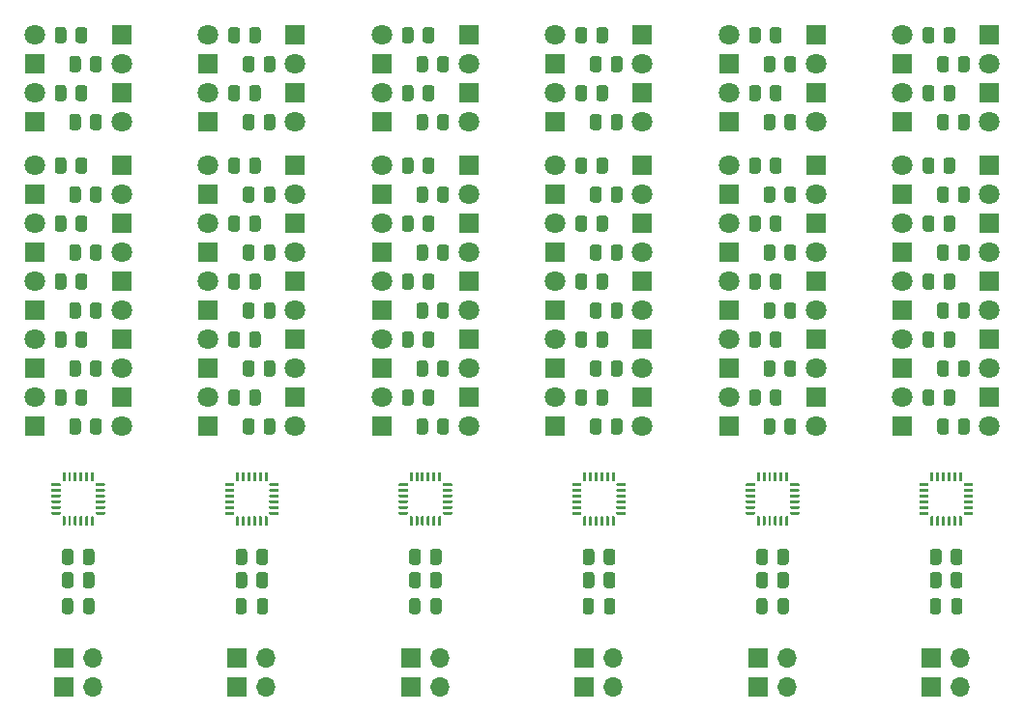
<source format=gbs>
%MOIN*%
%OFA0B0*%
%FSLAX46Y46*%
%IPPOS*%
%LPD*%
%ADD10R,0.066929133858267723X0.066929133858267723*%
%ADD11O,0.066929133858267723X0.066929133858267723*%
%ADD12C,0.070866141732283464*%
%ADD13R,0.070866141732283464X0.070866141732283464*%
%ADD24R,0.066929133858267723X0.066929133858267723*%
%ADD25O,0.066929133858267723X0.066929133858267723*%
%ADD26C,0.070866141732283464*%
%ADD27R,0.070866141732283464X0.070866141732283464*%
%ADD28R,0.066929133858267723X0.066929133858267723*%
%ADD29O,0.066929133858267723X0.066929133858267723*%
%ADD30C,0.070866141732283464*%
%ADD31R,0.070866141732283464X0.070866141732283464*%
%ADD32R,0.066929133858267723X0.066929133858267723*%
%ADD33O,0.066929133858267723X0.066929133858267723*%
%ADD34C,0.070866141732283464*%
%ADD35R,0.070866141732283464X0.070866141732283464*%
%ADD36R,0.066929133858267723X0.066929133858267723*%
%ADD37O,0.066929133858267723X0.066929133858267723*%
%ADD38C,0.070866141732283464*%
%ADD39R,0.070866141732283464X0.070866141732283464*%
%ADD40R,0.066929133858267723X0.066929133858267723*%
%ADD41O,0.066929133858267723X0.066929133858267723*%
%ADD42C,0.070866141732283464*%
%ADD43R,0.070866141732283464X0.070866141732283464*%
G01*
G36*
G01*
X0000342519Y0000751673D02*
X0000342519Y0000746751D01*
G75*
G02*
X0000340059Y0000744291I-0000002460D01*
G01*
X0000312500Y0000744291D01*
G75*
G02*
X0000310039Y0000746751J0000002460D01*
G01*
X0000310039Y0000751673D01*
G75*
G02*
X0000312500Y0000754133I0000002460D01*
G01*
X0000340059Y0000754133D01*
G75*
G02*
X0000342519Y0000751673J-0000002460D01*
G01*
G37*
G36*
G01*
X0000342519Y0000731988D02*
X0000342519Y0000727066D01*
G75*
G02*
X0000340059Y0000724606I-0000002460D01*
G01*
X0000312500Y0000724606D01*
G75*
G02*
X0000310039Y0000727066J0000002460D01*
G01*
X0000310039Y0000731988D01*
G75*
G02*
X0000312500Y0000734448I0000002460D01*
G01*
X0000340059Y0000734448D01*
G75*
G02*
X0000342519Y0000731988J-0000002460D01*
G01*
G37*
G36*
G01*
X0000342519Y0000712303D02*
X0000342519Y0000707381D01*
G75*
G02*
X0000340059Y0000704921I-0000002460D01*
G01*
X0000312500Y0000704921D01*
G75*
G02*
X0000310039Y0000707381J0000002460D01*
G01*
X0000310039Y0000712303D01*
G75*
G02*
X0000312500Y0000714763I0000002460D01*
G01*
X0000340059Y0000714763D01*
G75*
G02*
X0000342519Y0000712303J-0000002460D01*
G01*
G37*
G36*
G01*
X0000342519Y0000692618D02*
X0000342519Y0000687696D01*
G75*
G02*
X0000340059Y0000685236I-0000002460D01*
G01*
X0000312500Y0000685236D01*
G75*
G02*
X0000310039Y0000687696J0000002460D01*
G01*
X0000310039Y0000692618D01*
G75*
G02*
X0000312500Y0000695078I0000002460D01*
G01*
X0000340059Y0000695078D01*
G75*
G02*
X0000342519Y0000692618J-0000002460D01*
G01*
G37*
G36*
G01*
X0000342519Y0000672933D02*
X0000342519Y0000668011D01*
G75*
G02*
X0000340059Y0000665551I-0000002460D01*
G01*
X0000312500Y0000665551D01*
G75*
G02*
X0000310039Y0000668011J0000002460D01*
G01*
X0000310039Y0000672933D01*
G75*
G02*
X0000312500Y0000675393I0000002460D01*
G01*
X0000340059Y0000675393D01*
G75*
G02*
X0000342519Y0000672933J-0000002460D01*
G01*
G37*
G36*
G01*
X0000342519Y0000653248D02*
X0000342519Y0000648326D01*
G75*
G02*
X0000340059Y0000645866I-0000002460D01*
G01*
X0000312500Y0000645866D01*
G75*
G02*
X0000310039Y0000648326J0000002460D01*
G01*
X0000310039Y0000653248D01*
G75*
G02*
X0000312500Y0000655708I0000002460D01*
G01*
X0000340059Y0000655708D01*
G75*
G02*
X0000342519Y0000653248J-0000002460D01*
G01*
G37*
G36*
G01*
X0000304133Y0000637500D02*
X0000304133Y0000609940D01*
G75*
G02*
X0000301673Y0000607480I-0000002460D01*
G01*
X0000296751Y0000607480D01*
G75*
G02*
X0000294291Y0000609940J0000002460D01*
G01*
X0000294291Y0000637500D01*
G75*
G02*
X0000296751Y0000639960I0000002460D01*
G01*
X0000301673Y0000639960D01*
G75*
G02*
X0000304133Y0000637500J-0000002460D01*
G01*
G37*
G36*
G01*
X0000284448Y0000637500D02*
X0000284448Y0000609940D01*
G75*
G02*
X0000281988Y0000607480I-0000002460D01*
G01*
X0000277066Y0000607480D01*
G75*
G02*
X0000274606Y0000609940J0000002460D01*
G01*
X0000274606Y0000637500D01*
G75*
G02*
X0000277066Y0000639960I0000002460D01*
G01*
X0000281988Y0000639960D01*
G75*
G02*
X0000284448Y0000637500J-0000002460D01*
G01*
G37*
G36*
G01*
X0000264763Y0000637500D02*
X0000264763Y0000609940D01*
G75*
G02*
X0000262303Y0000607480I-0000002460D01*
G01*
X0000257381Y0000607480D01*
G75*
G02*
X0000254921Y0000609940J0000002460D01*
G01*
X0000254921Y0000637500D01*
G75*
G02*
X0000257381Y0000639960I0000002460D01*
G01*
X0000262303Y0000639960D01*
G75*
G02*
X0000264763Y0000637500J-0000002460D01*
G01*
G37*
G36*
G01*
X0000245078Y0000637500D02*
X0000245078Y0000609940D01*
G75*
G02*
X0000242618Y0000607480I-0000002460D01*
G01*
X0000237696Y0000607480D01*
G75*
G02*
X0000235236Y0000609940J0000002460D01*
G01*
X0000235236Y0000637500D01*
G75*
G02*
X0000237696Y0000639960I0000002460D01*
G01*
X0000242618Y0000639960D01*
G75*
G02*
X0000245078Y0000637500J-0000002460D01*
G01*
G37*
G36*
G01*
X0000225393Y0000637500D02*
X0000225393Y0000609940D01*
G75*
G02*
X0000222933Y0000607480I-0000002460D01*
G01*
X0000218011Y0000607480D01*
G75*
G02*
X0000215551Y0000609940J0000002460D01*
G01*
X0000215551Y0000637500D01*
G75*
G02*
X0000218011Y0000639960I0000002460D01*
G01*
X0000222933Y0000639960D01*
G75*
G02*
X0000225393Y0000637500J-0000002460D01*
G01*
G37*
G36*
G01*
X0000205708Y0000637500D02*
X0000205708Y0000609940D01*
G75*
G02*
X0000203247Y0000607480I-0000002460D01*
G01*
X0000198326Y0000607480D01*
G75*
G02*
X0000195866Y0000609940J0000002460D01*
G01*
X0000195866Y0000637500D01*
G75*
G02*
X0000198326Y0000639960I0000002460D01*
G01*
X0000203247Y0000639960D01*
G75*
G02*
X0000205708Y0000637500J-0000002460D01*
G01*
G37*
G36*
G01*
X0000189960Y0000653248D02*
X0000189960Y0000648326D01*
G75*
G02*
X0000187500Y0000645866I-0000002460D01*
G01*
X0000159940Y0000645866D01*
G75*
G02*
X0000157480Y0000648326J0000002460D01*
G01*
X0000157480Y0000653248D01*
G75*
G02*
X0000159940Y0000655708I0000002460D01*
G01*
X0000187500Y0000655708D01*
G75*
G02*
X0000189960Y0000653248J-0000002460D01*
G01*
G37*
G36*
G01*
X0000189960Y0000672933D02*
X0000189960Y0000668011D01*
G75*
G02*
X0000187500Y0000665551I-0000002460D01*
G01*
X0000159940Y0000665551D01*
G75*
G02*
X0000157480Y0000668011J0000002460D01*
G01*
X0000157480Y0000672933D01*
G75*
G02*
X0000159940Y0000675393I0000002460D01*
G01*
X0000187500Y0000675393D01*
G75*
G02*
X0000189960Y0000672933J-0000002460D01*
G01*
G37*
G36*
G01*
X0000189960Y0000692618D02*
X0000189960Y0000687696D01*
G75*
G02*
X0000187500Y0000685236I-0000002460D01*
G01*
X0000159940Y0000685236D01*
G75*
G02*
X0000157480Y0000687696J0000002460D01*
G01*
X0000157480Y0000692618D01*
G75*
G02*
X0000159940Y0000695078I0000002460D01*
G01*
X0000187500Y0000695078D01*
G75*
G02*
X0000189960Y0000692618J-0000002460D01*
G01*
G37*
G36*
G01*
X0000189960Y0000712303D02*
X0000189960Y0000707381D01*
G75*
G02*
X0000187500Y0000704921I-0000002460D01*
G01*
X0000159940Y0000704921D01*
G75*
G02*
X0000157480Y0000707381J0000002460D01*
G01*
X0000157480Y0000712303D01*
G75*
G02*
X0000159940Y0000714763I0000002460D01*
G01*
X0000187500Y0000714763D01*
G75*
G02*
X0000189960Y0000712303J-0000002460D01*
G01*
G37*
G36*
G01*
X0000189960Y0000731988D02*
X0000189960Y0000727066D01*
G75*
G02*
X0000187500Y0000724606I-0000002460D01*
G01*
X0000159940Y0000724606D01*
G75*
G02*
X0000157480Y0000727066J0000002460D01*
G01*
X0000157480Y0000731988D01*
G75*
G02*
X0000159940Y0000734448I0000002460D01*
G01*
X0000187500Y0000734448D01*
G75*
G02*
X0000189960Y0000731988J-0000002460D01*
G01*
G37*
G36*
G01*
X0000189960Y0000751673D02*
X0000189960Y0000746751D01*
G75*
G02*
X0000187500Y0000744291I-0000002460D01*
G01*
X0000159940Y0000744291D01*
G75*
G02*
X0000157480Y0000746751J0000002460D01*
G01*
X0000157480Y0000751673D01*
G75*
G02*
X0000159940Y0000754133I0000002460D01*
G01*
X0000187500Y0000754133D01*
G75*
G02*
X0000189960Y0000751673J-0000002460D01*
G01*
G37*
G36*
G01*
X0000205708Y0000790059D02*
X0000205708Y0000762500D01*
G75*
G02*
X0000203247Y0000760039I-0000002460D01*
G01*
X0000198326Y0000760039D01*
G75*
G02*
X0000195866Y0000762500J0000002460D01*
G01*
X0000195866Y0000790059D01*
G75*
G02*
X0000198326Y0000792519I0000002460D01*
G01*
X0000203247Y0000792519D01*
G75*
G02*
X0000205708Y0000790059J-0000002460D01*
G01*
G37*
G36*
G01*
X0000225393Y0000790059D02*
X0000225393Y0000762500D01*
G75*
G02*
X0000222933Y0000760039I-0000002460D01*
G01*
X0000218011Y0000760039D01*
G75*
G02*
X0000215551Y0000762500J0000002460D01*
G01*
X0000215551Y0000790059D01*
G75*
G02*
X0000218011Y0000792519I0000002460D01*
G01*
X0000222933Y0000792519D01*
G75*
G02*
X0000225393Y0000790059J-0000002460D01*
G01*
G37*
G36*
G01*
X0000245078Y0000790059D02*
X0000245078Y0000762500D01*
G75*
G02*
X0000242618Y0000760039I-0000002460D01*
G01*
X0000237696Y0000760039D01*
G75*
G02*
X0000235236Y0000762500J0000002460D01*
G01*
X0000235236Y0000790059D01*
G75*
G02*
X0000237696Y0000792519I0000002460D01*
G01*
X0000242618Y0000792519D01*
G75*
G02*
X0000245078Y0000790059J-0000002460D01*
G01*
G37*
G36*
G01*
X0000264763Y0000790059D02*
X0000264763Y0000762500D01*
G75*
G02*
X0000262303Y0000760039I-0000002460D01*
G01*
X0000257381Y0000760039D01*
G75*
G02*
X0000254921Y0000762500J0000002460D01*
G01*
X0000254921Y0000790059D01*
G75*
G02*
X0000257381Y0000792519I0000002460D01*
G01*
X0000262303Y0000792519D01*
G75*
G02*
X0000264763Y0000790059J-0000002460D01*
G01*
G37*
G36*
G01*
X0000284448Y0000790059D02*
X0000284448Y0000762500D01*
G75*
G02*
X0000281988Y0000760039I-0000002460D01*
G01*
X0000277066Y0000760039D01*
G75*
G02*
X0000274606Y0000762500J0000002460D01*
G01*
X0000274606Y0000790059D01*
G75*
G02*
X0000277066Y0000792519I0000002460D01*
G01*
X0000281988Y0000792519D01*
G75*
G02*
X0000284448Y0000790059J-0000002460D01*
G01*
G37*
G36*
G01*
X0000304133Y0000790059D02*
X0000304133Y0000762500D01*
G75*
G02*
X0000301673Y0000760039I-0000002460D01*
G01*
X0000296751Y0000760039D01*
G75*
G02*
X0000294291Y0000762500J0000002460D01*
G01*
X0000294291Y0000790059D01*
G75*
G02*
X0000296751Y0000792519I0000002460D01*
G01*
X0000301673Y0000792519D01*
G75*
G02*
X0000304133Y0000790059J-0000002460D01*
G01*
G37*
G36*
G01*
X0000290748Y0000932283D02*
X0000290748Y0000967716D01*
G75*
G02*
X0000300590Y0000977559I0000009842D01*
G01*
X0000321259Y0000977559D01*
G75*
G02*
X0000331102Y0000967716J-0000009842D01*
G01*
X0000331102Y0000932283D01*
G75*
G02*
X0000321259Y0000922440I-0000009842D01*
G01*
X0000300590Y0000922440D01*
G75*
G02*
X0000290748Y0000932283J0000009842D01*
G01*
G37*
G36*
G01*
X0000218897Y0000932283D02*
X0000218897Y0000967716D01*
G75*
G02*
X0000228740Y0000977559I0000009842D01*
G01*
X0000249409Y0000977559D01*
G75*
G02*
X0000259251Y0000967716J-0000009842D01*
G01*
X0000259251Y0000932283D01*
G75*
G02*
X0000249409Y0000922440I-0000009842D01*
G01*
X0000228740Y0000922440D01*
G75*
G02*
X0000218897Y0000932283J0000009842D01*
G01*
G37*
G36*
G01*
X0000209251Y0001067716D02*
X0000209251Y0001032283D01*
G75*
G02*
X0000199409Y0001022440I-0000009842D01*
G01*
X0000178740Y0001022440D01*
G75*
G02*
X0000168897Y0001032283J0000009842D01*
G01*
X0000168897Y0001067716D01*
G75*
G02*
X0000178740Y0001077559I0000009842D01*
G01*
X0000199409Y0001077559D01*
G75*
G02*
X0000209251Y0001067716J-0000009842D01*
G01*
G37*
G36*
G01*
X0000281102Y0001067716D02*
X0000281102Y0001032283D01*
G75*
G02*
X0000271259Y0001022440I-0000009842D01*
G01*
X0000250590Y0001022440D01*
G75*
G02*
X0000240748Y0001032283J0000009842D01*
G01*
X0000240748Y0001067716D01*
G75*
G02*
X0000250590Y0001077559I0000009842D01*
G01*
X0000271259Y0001077559D01*
G75*
G02*
X0000281102Y0001067716J-0000009842D01*
G01*
G37*
G36*
G01*
X0000290748Y0001132283D02*
X0000290748Y0001167716D01*
G75*
G02*
X0000300590Y0001177559I0000009842D01*
G01*
X0000321259Y0001177559D01*
G75*
G02*
X0000331102Y0001167716J-0000009842D01*
G01*
X0000331102Y0001132283D01*
G75*
G02*
X0000321259Y0001122440I-0000009842D01*
G01*
X0000300590Y0001122440D01*
G75*
G02*
X0000290748Y0001132283J0000009842D01*
G01*
G37*
G36*
G01*
X0000218897Y0001132283D02*
X0000218897Y0001167716D01*
G75*
G02*
X0000228740Y0001177559I0000009842D01*
G01*
X0000249409Y0001177559D01*
G75*
G02*
X0000259251Y0001167716J-0000009842D01*
G01*
X0000259251Y0001132283D01*
G75*
G02*
X0000249409Y0001122440I-0000009842D01*
G01*
X0000228740Y0001122440D01*
G75*
G02*
X0000218897Y0001132283J0000009842D01*
G01*
G37*
G36*
G01*
X0000209251Y0001267716D02*
X0000209251Y0001232283D01*
G75*
G02*
X0000199409Y0001222440I-0000009842D01*
G01*
X0000178740Y0001222440D01*
G75*
G02*
X0000168897Y0001232283J0000009842D01*
G01*
X0000168897Y0001267716D01*
G75*
G02*
X0000178740Y0001277559I0000009842D01*
G01*
X0000199409Y0001277559D01*
G75*
G02*
X0000209251Y0001267716J-0000009842D01*
G01*
G37*
G36*
G01*
X0000281102Y0001267716D02*
X0000281102Y0001232283D01*
G75*
G02*
X0000271259Y0001222440I-0000009842D01*
G01*
X0000250590Y0001222440D01*
G75*
G02*
X0000240748Y0001232283J0000009842D01*
G01*
X0000240748Y0001267716D01*
G75*
G02*
X0000250590Y0001277559I0000009842D01*
G01*
X0000271259Y0001277559D01*
G75*
G02*
X0000281102Y0001267716J-0000009842D01*
G01*
G37*
G36*
G01*
X0000290748Y0001332283D02*
X0000290748Y0001367716D01*
G75*
G02*
X0000300590Y0001377559I0000009842D01*
G01*
X0000321259Y0001377559D01*
G75*
G02*
X0000331102Y0001367716J-0000009842D01*
G01*
X0000331102Y0001332283D01*
G75*
G02*
X0000321259Y0001322440I-0000009842D01*
G01*
X0000300590Y0001322440D01*
G75*
G02*
X0000290748Y0001332283J0000009842D01*
G01*
G37*
G36*
G01*
X0000218897Y0001332283D02*
X0000218897Y0001367716D01*
G75*
G02*
X0000228740Y0001377559I0000009842D01*
G01*
X0000249409Y0001377559D01*
G75*
G02*
X0000259251Y0001367716J-0000009842D01*
G01*
X0000259251Y0001332283D01*
G75*
G02*
X0000249409Y0001322440I-0000009842D01*
G01*
X0000228740Y0001322440D01*
G75*
G02*
X0000218897Y0001332283J0000009842D01*
G01*
G37*
G36*
G01*
X0000209251Y0001467716D02*
X0000209251Y0001432283D01*
G75*
G02*
X0000199409Y0001422440I-0000009842D01*
G01*
X0000178740Y0001422440D01*
G75*
G02*
X0000168897Y0001432283J0000009842D01*
G01*
X0000168897Y0001467716D01*
G75*
G02*
X0000178740Y0001477559I0000009842D01*
G01*
X0000199409Y0001477559D01*
G75*
G02*
X0000209251Y0001467716J-0000009842D01*
G01*
G37*
G36*
G01*
X0000281102Y0001467716D02*
X0000281102Y0001432283D01*
G75*
G02*
X0000271259Y0001422440I-0000009842D01*
G01*
X0000250590Y0001422440D01*
G75*
G02*
X0000240748Y0001432283J0000009842D01*
G01*
X0000240748Y0001467716D01*
G75*
G02*
X0000250590Y0001477559I0000009842D01*
G01*
X0000271259Y0001477559D01*
G75*
G02*
X0000281102Y0001467716J-0000009842D01*
G01*
G37*
G36*
G01*
X0000290748Y0001532283D02*
X0000290748Y0001567716D01*
G75*
G02*
X0000300590Y0001577559I0000009842D01*
G01*
X0000321259Y0001577559D01*
G75*
G02*
X0000331102Y0001567716J-0000009842D01*
G01*
X0000331102Y0001532283D01*
G75*
G02*
X0000321259Y0001522440I-0000009842D01*
G01*
X0000300590Y0001522440D01*
G75*
G02*
X0000290748Y0001532283J0000009842D01*
G01*
G37*
G36*
G01*
X0000218897Y0001532283D02*
X0000218897Y0001567716D01*
G75*
G02*
X0000228740Y0001577559I0000009842D01*
G01*
X0000249409Y0001577559D01*
G75*
G02*
X0000259251Y0001567716J-0000009842D01*
G01*
X0000259251Y0001532283D01*
G75*
G02*
X0000249409Y0001522440I-0000009842D01*
G01*
X0000228740Y0001522440D01*
G75*
G02*
X0000218897Y0001532283J0000009842D01*
G01*
G37*
G36*
G01*
X0000209251Y0001667716D02*
X0000209251Y0001632283D01*
G75*
G02*
X0000199409Y0001622440I-0000009842D01*
G01*
X0000178740Y0001622440D01*
G75*
G02*
X0000168897Y0001632283J0000009842D01*
G01*
X0000168897Y0001667716D01*
G75*
G02*
X0000178740Y0001677559I0000009842D01*
G01*
X0000199409Y0001677559D01*
G75*
G02*
X0000209251Y0001667716J-0000009842D01*
G01*
G37*
G36*
G01*
X0000281102Y0001667716D02*
X0000281102Y0001632283D01*
G75*
G02*
X0000271259Y0001622440I-0000009842D01*
G01*
X0000250590Y0001622440D01*
G75*
G02*
X0000240748Y0001632283J0000009842D01*
G01*
X0000240748Y0001667716D01*
G75*
G02*
X0000250590Y0001677559I0000009842D01*
G01*
X0000271259Y0001677559D01*
G75*
G02*
X0000281102Y0001667716J-0000009842D01*
G01*
G37*
G36*
G01*
X0000290748Y0001732283D02*
X0000290748Y0001767716D01*
G75*
G02*
X0000300590Y0001777559I0000009842D01*
G01*
X0000321259Y0001777559D01*
G75*
G02*
X0000331102Y0001767716J-0000009842D01*
G01*
X0000331102Y0001732283D01*
G75*
G02*
X0000321259Y0001722440I-0000009842D01*
G01*
X0000300590Y0001722440D01*
G75*
G02*
X0000290748Y0001732283J0000009842D01*
G01*
G37*
G36*
G01*
X0000218897Y0001732283D02*
X0000218897Y0001767716D01*
G75*
G02*
X0000228740Y0001777559I0000009842D01*
G01*
X0000249409Y0001777559D01*
G75*
G02*
X0000259251Y0001767716J-0000009842D01*
G01*
X0000259251Y0001732283D01*
G75*
G02*
X0000249409Y0001722440I-0000009842D01*
G01*
X0000228740Y0001722440D01*
G75*
G02*
X0000218897Y0001732283J0000009842D01*
G01*
G37*
G36*
G01*
X0000209251Y0001867716D02*
X0000209251Y0001832283D01*
G75*
G02*
X0000199409Y0001822440I-0000009842D01*
G01*
X0000178740Y0001822440D01*
G75*
G02*
X0000168897Y0001832283J0000009842D01*
G01*
X0000168897Y0001867716D01*
G75*
G02*
X0000178740Y0001877559I0000009842D01*
G01*
X0000199409Y0001877559D01*
G75*
G02*
X0000209251Y0001867716J-0000009842D01*
G01*
G37*
G36*
G01*
X0000281102Y0001867716D02*
X0000281102Y0001832283D01*
G75*
G02*
X0000271259Y0001822440I-0000009842D01*
G01*
X0000250590Y0001822440D01*
G75*
G02*
X0000240748Y0001832283J0000009842D01*
G01*
X0000240748Y0001867716D01*
G75*
G02*
X0000250590Y0001877559I0000009842D01*
G01*
X0000271259Y0001877559D01*
G75*
G02*
X0000281102Y0001867716J-0000009842D01*
G01*
G37*
G36*
G01*
X0000234251Y0000437716D02*
X0000234251Y0000402283D01*
G75*
G02*
X0000224409Y0000392440I-0000009842D01*
G01*
X0000203740Y0000392440D01*
G75*
G02*
X0000193897Y0000402283J0000009842D01*
G01*
X0000193897Y0000437716D01*
G75*
G02*
X0000203740Y0000447559I0000009842D01*
G01*
X0000224409Y0000447559D01*
G75*
G02*
X0000234251Y0000437716J-0000009842D01*
G01*
G37*
G36*
G01*
X0000306102Y0000437716D02*
X0000306102Y0000402283D01*
G75*
G02*
X0000296259Y0000392440I-0000009842D01*
G01*
X0000275590Y0000392440D01*
G75*
G02*
X0000265748Y0000402283J0000009842D01*
G01*
X0000265748Y0000437716D01*
G75*
G02*
X0000275590Y0000447559I0000009842D01*
G01*
X0000296259Y0000447559D01*
G75*
G02*
X0000306102Y0000437716J-0000009842D01*
G01*
G37*
G36*
G01*
X0000234251Y0000517716D02*
X0000234251Y0000482283D01*
G75*
G02*
X0000224409Y0000472440I-0000009842D01*
G01*
X0000203740Y0000472440D01*
G75*
G02*
X0000193897Y0000482283J0000009842D01*
G01*
X0000193897Y0000517716D01*
G75*
G02*
X0000203740Y0000527559I0000009842D01*
G01*
X0000224409Y0000527559D01*
G75*
G02*
X0000234251Y0000517716J-0000009842D01*
G01*
G37*
G36*
G01*
X0000306102Y0000517716D02*
X0000306102Y0000482283D01*
G75*
G02*
X0000296259Y0000472440I-0000009842D01*
G01*
X0000275590Y0000472440D01*
G75*
G02*
X0000265748Y0000482283J0000009842D01*
G01*
X0000265748Y0000517716D01*
G75*
G02*
X0000275590Y0000527559I0000009842D01*
G01*
X0000296259Y0000527559D01*
G75*
G02*
X0000306102Y0000517716J-0000009842D01*
G01*
G37*
G36*
G01*
X0000209251Y0002317716D02*
X0000209251Y0002282283D01*
G75*
G02*
X0000199409Y0002272440I-0000009842D01*
G01*
X0000178740Y0002272440D01*
G75*
G02*
X0000168897Y0002282283J0000009842D01*
G01*
X0000168897Y0002317716D01*
G75*
G02*
X0000178740Y0002327559I0000009842D01*
G01*
X0000199409Y0002327559D01*
G75*
G02*
X0000209251Y0002317716J-0000009842D01*
G01*
G37*
G36*
G01*
X0000281102Y0002317716D02*
X0000281102Y0002282283D01*
G75*
G02*
X0000271259Y0002272440I-0000009842D01*
G01*
X0000250590Y0002272440D01*
G75*
G02*
X0000240748Y0002282283J0000009842D01*
G01*
X0000240748Y0002317716D01*
G75*
G02*
X0000250590Y0002327559I0000009842D01*
G01*
X0000271259Y0002327559D01*
G75*
G02*
X0000281102Y0002317716J-0000009842D01*
G01*
G37*
G36*
G01*
X0000290748Y0002182283D02*
X0000290748Y0002217716D01*
G75*
G02*
X0000300590Y0002227559I0000009842D01*
G01*
X0000321259Y0002227559D01*
G75*
G02*
X0000331102Y0002217716J-0000009842D01*
G01*
X0000331102Y0002182283D01*
G75*
G02*
X0000321259Y0002172440I-0000009842D01*
G01*
X0000300590Y0002172440D01*
G75*
G02*
X0000290748Y0002182283J0000009842D01*
G01*
G37*
G36*
G01*
X0000218897Y0002182283D02*
X0000218897Y0002217716D01*
G75*
G02*
X0000228740Y0002227559I0000009842D01*
G01*
X0000249409Y0002227559D01*
G75*
G02*
X0000259251Y0002217716J-0000009842D01*
G01*
X0000259251Y0002182283D01*
G75*
G02*
X0000249409Y0002172440I-0000009842D01*
G01*
X0000228740Y0002172440D01*
G75*
G02*
X0000218897Y0002182283J0000009842D01*
G01*
G37*
G36*
G01*
X0000281102Y0002117716D02*
X0000281102Y0002082283D01*
G75*
G02*
X0000271259Y0002072440I-0000009842D01*
G01*
X0000250590Y0002072440D01*
G75*
G02*
X0000240748Y0002082283J0000009842D01*
G01*
X0000240748Y0002117716D01*
G75*
G02*
X0000250590Y0002127559I0000009842D01*
G01*
X0000271259Y0002127559D01*
G75*
G02*
X0000281102Y0002117716J-0000009842D01*
G01*
G37*
G36*
G01*
X0000209251Y0002117716D02*
X0000209251Y0002082283D01*
G75*
G02*
X0000199409Y0002072440I-0000009842D01*
G01*
X0000178740Y0002072440D01*
G75*
G02*
X0000168897Y0002082283J0000009842D01*
G01*
X0000168897Y0002117716D01*
G75*
G02*
X0000178740Y0002127559I0000009842D01*
G01*
X0000199409Y0002127559D01*
G75*
G02*
X0000209251Y0002117716J-0000009842D01*
G01*
G37*
G36*
G01*
X0000218897Y0001982283D02*
X0000218897Y0002017716D01*
G75*
G02*
X0000228740Y0002027559I0000009842D01*
G01*
X0000249409Y0002027559D01*
G75*
G02*
X0000259251Y0002017716J-0000009842D01*
G01*
X0000259251Y0001982283D01*
G75*
G02*
X0000249409Y0001972440I-0000009842D01*
G01*
X0000228740Y0001972440D01*
G75*
G02*
X0000218897Y0001982283J0000009842D01*
G01*
G37*
G36*
G01*
X0000290748Y0001982283D02*
X0000290748Y0002017716D01*
G75*
G02*
X0000300590Y0002027559I0000009842D01*
G01*
X0000321259Y0002027559D01*
G75*
G02*
X0000331102Y0002017716J-0000009842D01*
G01*
X0000331102Y0001982283D01*
G75*
G02*
X0000321259Y0001972440I-0000009842D01*
G01*
X0000300590Y0001972440D01*
G75*
G02*
X0000290748Y0001982283J0000009842D01*
G01*
G37*
D10*
X0000200000Y0000150000D03*
D11*
X0000300000Y0000150000D03*
X0000300000Y0000050000D03*
D10*
X0000200000Y0000050000D03*
D12*
X0000099999Y0002300000D03*
D13*
X0000099999Y0002200000D03*
X0000399999Y0002300000D03*
D12*
X0000399999Y0002200000D03*
X0000099999Y0002100000D03*
D13*
X0000099999Y0002000000D03*
D12*
X0000399999Y0002000000D03*
D13*
X0000399999Y0002100000D03*
X0000099999Y0001750000D03*
D12*
X0000099999Y0001850000D03*
D13*
X0000399999Y0001850000D03*
D12*
X0000399999Y0001750000D03*
X0000099999Y0001650000D03*
D13*
X0000099999Y0001550000D03*
X0000399999Y0001650000D03*
D12*
X0000399999Y0001550000D03*
X0000099999Y0001450000D03*
D13*
X0000099999Y0001350000D03*
X0000399999Y0001450000D03*
D12*
X0000399999Y0001350000D03*
D13*
X0000099999Y0001150000D03*
D12*
X0000099999Y0001250000D03*
X0000399999Y0001150000D03*
D13*
X0000399999Y0001250000D03*
D12*
X0000099999Y0001050000D03*
D13*
X0000099999Y0000950000D03*
X0000399999Y0001050000D03*
D12*
X0000399999Y0000950000D03*
G36*
G01*
X0000306102Y0000347962D02*
X0000306102Y0000312037D01*
G75*
G02*
X0000296505Y0000302440I-0000009596D01*
G01*
X0000277312Y0000302440D01*
G75*
G02*
X0000267716Y0000312037J0000009596D01*
G01*
X0000267716Y0000347962D01*
G75*
G02*
X0000277312Y0000357559I0000009596D01*
G01*
X0000296505Y0000357559D01*
G75*
G02*
X0000306102Y0000347962J-0000009596D01*
G01*
G37*
G36*
G01*
X0000232283Y0000347962D02*
X0000232283Y0000312037D01*
G75*
G02*
X0000222687Y0000302440I-0000009596D01*
G01*
X0000203494Y0000302440D01*
G75*
G02*
X0000193897Y0000312037J0000009596D01*
G01*
X0000193897Y0000347962D01*
G75*
G02*
X0000203494Y0000357559I0000009596D01*
G01*
X0000222687Y0000357559D01*
G75*
G02*
X0000232283Y0000347962J-0000009596D01*
G01*
G37*
G04 next file*
G04 #@! TF.GenerationSoftware,KiCad,Pcbnew,(5.1.10)-1*
G04 #@! TF.CreationDate,2021-10-24T19:42:44-07:00*
G04 #@! TF.ProjectId,project,70726f6a-6563-4742-9e6b-696361645f70,rev?*
G04 #@! TF.SameCoordinates,Original*
G04 #@! TF.FileFunction,Soldermask,Bot*
G04 #@! TF.FilePolarity,Negative*
G04 Gerber Fmt 4.6, Leading zero omitted, Abs format (unit mm)*
G04 Created by KiCad (PCBNEW (5.1.10)-1) date 2021-10-24 19:42:44*
G01*
G04 APERTURE LIST*
G04 APERTURE END LIST*
G36*
G01*
X0000940944Y0000751673D02*
X0000940944Y0000746751D01*
G75*
G02*
X0000938484Y0000744291I-0000002460D01*
G01*
X0000910925Y0000744291D01*
G75*
G02*
X0000908464Y0000746751J0000002460D01*
G01*
X0000908464Y0000751673D01*
G75*
G02*
X0000910925Y0000754133I0000002460D01*
G01*
X0000938484Y0000754133D01*
G75*
G02*
X0000940944Y0000751673J-0000002460D01*
G01*
G37*
G36*
G01*
X0000940944Y0000731988D02*
X0000940944Y0000727066D01*
G75*
G02*
X0000938484Y0000724606I-0000002460D01*
G01*
X0000910925Y0000724606D01*
G75*
G02*
X0000908464Y0000727066J0000002460D01*
G01*
X0000908464Y0000731988D01*
G75*
G02*
X0000910925Y0000734448I0000002460D01*
G01*
X0000938484Y0000734448D01*
G75*
G02*
X0000940944Y0000731988J-0000002460D01*
G01*
G37*
G36*
G01*
X0000940944Y0000712303D02*
X0000940944Y0000707381D01*
G75*
G02*
X0000938484Y0000704921I-0000002460D01*
G01*
X0000910925Y0000704921D01*
G75*
G02*
X0000908464Y0000707381J0000002460D01*
G01*
X0000908464Y0000712303D01*
G75*
G02*
X0000910925Y0000714763I0000002460D01*
G01*
X0000938484Y0000714763D01*
G75*
G02*
X0000940944Y0000712303J-0000002460D01*
G01*
G37*
G36*
G01*
X0000940944Y0000692618D02*
X0000940944Y0000687696D01*
G75*
G02*
X0000938484Y0000685236I-0000002460D01*
G01*
X0000910925Y0000685236D01*
G75*
G02*
X0000908464Y0000687696J0000002460D01*
G01*
X0000908464Y0000692618D01*
G75*
G02*
X0000910925Y0000695078I0000002460D01*
G01*
X0000938484Y0000695078D01*
G75*
G02*
X0000940944Y0000692618J-0000002460D01*
G01*
G37*
G36*
G01*
X0000940944Y0000672933D02*
X0000940944Y0000668011D01*
G75*
G02*
X0000938484Y0000665551I-0000002460D01*
G01*
X0000910925Y0000665551D01*
G75*
G02*
X0000908464Y0000668011J0000002460D01*
G01*
X0000908464Y0000672933D01*
G75*
G02*
X0000910925Y0000675393I0000002460D01*
G01*
X0000938484Y0000675393D01*
G75*
G02*
X0000940944Y0000672933J-0000002460D01*
G01*
G37*
G36*
G01*
X0000940944Y0000653248D02*
X0000940944Y0000648326D01*
G75*
G02*
X0000938484Y0000645866I-0000002460D01*
G01*
X0000910925Y0000645866D01*
G75*
G02*
X0000908464Y0000648326J0000002460D01*
G01*
X0000908464Y0000653248D01*
G75*
G02*
X0000910925Y0000655708I0000002460D01*
G01*
X0000938484Y0000655708D01*
G75*
G02*
X0000940944Y0000653248J-0000002460D01*
G01*
G37*
G36*
G01*
X0000902559Y0000637500D02*
X0000902559Y0000609940D01*
G75*
G02*
X0000900098Y0000607480I-0000002460D01*
G01*
X0000895177Y0000607480D01*
G75*
G02*
X0000892716Y0000609940J0000002460D01*
G01*
X0000892716Y0000637500D01*
G75*
G02*
X0000895177Y0000639960I0000002460D01*
G01*
X0000900098Y0000639960D01*
G75*
G02*
X0000902559Y0000637500J-0000002460D01*
G01*
G37*
G36*
G01*
X0000882874Y0000637500D02*
X0000882874Y0000609940D01*
G75*
G02*
X0000880413Y0000607480I-0000002460D01*
G01*
X0000875492Y0000607480D01*
G75*
G02*
X0000873031Y0000609940J0000002460D01*
G01*
X0000873031Y0000637500D01*
G75*
G02*
X0000875492Y0000639960I0000002460D01*
G01*
X0000880413Y0000639960D01*
G75*
G02*
X0000882874Y0000637500J-0000002460D01*
G01*
G37*
G36*
G01*
X0000863188Y0000637500D02*
X0000863188Y0000609940D01*
G75*
G02*
X0000860728Y0000607480I-0000002460D01*
G01*
X0000855807Y0000607480D01*
G75*
G02*
X0000853346Y0000609940J0000002460D01*
G01*
X0000853346Y0000637500D01*
G75*
G02*
X0000855807Y0000639960I0000002460D01*
G01*
X0000860728Y0000639960D01*
G75*
G02*
X0000863188Y0000637500J-0000002460D01*
G01*
G37*
G36*
G01*
X0000843503Y0000637500D02*
X0000843503Y0000609940D01*
G75*
G02*
X0000841043Y0000607480I-0000002460D01*
G01*
X0000836122Y0000607480D01*
G75*
G02*
X0000833661Y0000609940J0000002460D01*
G01*
X0000833661Y0000637500D01*
G75*
G02*
X0000836122Y0000639960I0000002460D01*
G01*
X0000841043Y0000639960D01*
G75*
G02*
X0000843503Y0000637500J-0000002460D01*
G01*
G37*
G36*
G01*
X0000823818Y0000637500D02*
X0000823818Y0000609940D01*
G75*
G02*
X0000821358Y0000607480I-0000002460D01*
G01*
X0000816437Y0000607480D01*
G75*
G02*
X0000813976Y0000609940J0000002460D01*
G01*
X0000813976Y0000637500D01*
G75*
G02*
X0000816437Y0000639960I0000002460D01*
G01*
X0000821358Y0000639960D01*
G75*
G02*
X0000823818Y0000637500J-0000002460D01*
G01*
G37*
G36*
G01*
X0000804133Y0000637500D02*
X0000804133Y0000609940D01*
G75*
G02*
X0000801673Y0000607480I-0000002460D01*
G01*
X0000796751Y0000607480D01*
G75*
G02*
X0000794291Y0000609940J0000002460D01*
G01*
X0000794291Y0000637500D01*
G75*
G02*
X0000796751Y0000639960I0000002460D01*
G01*
X0000801673Y0000639960D01*
G75*
G02*
X0000804133Y0000637500J-0000002460D01*
G01*
G37*
G36*
G01*
X0000788385Y0000653248D02*
X0000788385Y0000648326D01*
G75*
G02*
X0000785925Y0000645866I-0000002460D01*
G01*
X0000758366Y0000645866D01*
G75*
G02*
X0000755905Y0000648326J0000002460D01*
G01*
X0000755905Y0000653248D01*
G75*
G02*
X0000758366Y0000655708I0000002460D01*
G01*
X0000785925Y0000655708D01*
G75*
G02*
X0000788385Y0000653248J-0000002460D01*
G01*
G37*
G36*
G01*
X0000788385Y0000672933D02*
X0000788385Y0000668011D01*
G75*
G02*
X0000785925Y0000665551I-0000002460D01*
G01*
X0000758366Y0000665551D01*
G75*
G02*
X0000755905Y0000668011J0000002460D01*
G01*
X0000755905Y0000672933D01*
G75*
G02*
X0000758366Y0000675393I0000002460D01*
G01*
X0000785925Y0000675393D01*
G75*
G02*
X0000788385Y0000672933J-0000002460D01*
G01*
G37*
G36*
G01*
X0000788385Y0000692618D02*
X0000788385Y0000687696D01*
G75*
G02*
X0000785925Y0000685236I-0000002460D01*
G01*
X0000758366Y0000685236D01*
G75*
G02*
X0000755905Y0000687696J0000002460D01*
G01*
X0000755905Y0000692618D01*
G75*
G02*
X0000758366Y0000695078I0000002460D01*
G01*
X0000785925Y0000695078D01*
G75*
G02*
X0000788385Y0000692618J-0000002460D01*
G01*
G37*
G36*
G01*
X0000788385Y0000712303D02*
X0000788385Y0000707381D01*
G75*
G02*
X0000785925Y0000704921I-0000002460D01*
G01*
X0000758366Y0000704921D01*
G75*
G02*
X0000755905Y0000707381J0000002460D01*
G01*
X0000755905Y0000712303D01*
G75*
G02*
X0000758366Y0000714763I0000002460D01*
G01*
X0000785925Y0000714763D01*
G75*
G02*
X0000788385Y0000712303J-0000002460D01*
G01*
G37*
G36*
G01*
X0000788385Y0000731988D02*
X0000788385Y0000727066D01*
G75*
G02*
X0000785925Y0000724606I-0000002460D01*
G01*
X0000758366Y0000724606D01*
G75*
G02*
X0000755905Y0000727066J0000002460D01*
G01*
X0000755905Y0000731988D01*
G75*
G02*
X0000758366Y0000734448I0000002460D01*
G01*
X0000785925Y0000734448D01*
G75*
G02*
X0000788385Y0000731988J-0000002460D01*
G01*
G37*
G36*
G01*
X0000788385Y0000751673D02*
X0000788385Y0000746751D01*
G75*
G02*
X0000785925Y0000744291I-0000002460D01*
G01*
X0000758366Y0000744291D01*
G75*
G02*
X0000755905Y0000746751J0000002460D01*
G01*
X0000755905Y0000751673D01*
G75*
G02*
X0000758366Y0000754133I0000002460D01*
G01*
X0000785925Y0000754133D01*
G75*
G02*
X0000788385Y0000751673J-0000002460D01*
G01*
G37*
G36*
G01*
X0000804133Y0000790059D02*
X0000804133Y0000762500D01*
G75*
G02*
X0000801673Y0000760039I-0000002460D01*
G01*
X0000796751Y0000760039D01*
G75*
G02*
X0000794291Y0000762500J0000002460D01*
G01*
X0000794291Y0000790059D01*
G75*
G02*
X0000796751Y0000792519I0000002460D01*
G01*
X0000801673Y0000792519D01*
G75*
G02*
X0000804133Y0000790059J-0000002460D01*
G01*
G37*
G36*
G01*
X0000823818Y0000790059D02*
X0000823818Y0000762500D01*
G75*
G02*
X0000821358Y0000760039I-0000002460D01*
G01*
X0000816437Y0000760039D01*
G75*
G02*
X0000813976Y0000762500J0000002460D01*
G01*
X0000813976Y0000790059D01*
G75*
G02*
X0000816437Y0000792519I0000002460D01*
G01*
X0000821358Y0000792519D01*
G75*
G02*
X0000823818Y0000790059J-0000002460D01*
G01*
G37*
G36*
G01*
X0000843503Y0000790059D02*
X0000843503Y0000762500D01*
G75*
G02*
X0000841043Y0000760039I-0000002460D01*
G01*
X0000836122Y0000760039D01*
G75*
G02*
X0000833661Y0000762500J0000002460D01*
G01*
X0000833661Y0000790059D01*
G75*
G02*
X0000836122Y0000792519I0000002460D01*
G01*
X0000841043Y0000792519D01*
G75*
G02*
X0000843503Y0000790059J-0000002460D01*
G01*
G37*
G36*
G01*
X0000863188Y0000790059D02*
X0000863188Y0000762500D01*
G75*
G02*
X0000860728Y0000760039I-0000002460D01*
G01*
X0000855807Y0000760039D01*
G75*
G02*
X0000853346Y0000762500J0000002460D01*
G01*
X0000853346Y0000790059D01*
G75*
G02*
X0000855807Y0000792519I0000002460D01*
G01*
X0000860728Y0000792519D01*
G75*
G02*
X0000863188Y0000790059J-0000002460D01*
G01*
G37*
G36*
G01*
X0000882874Y0000790059D02*
X0000882874Y0000762500D01*
G75*
G02*
X0000880413Y0000760039I-0000002460D01*
G01*
X0000875492Y0000760039D01*
G75*
G02*
X0000873031Y0000762500J0000002460D01*
G01*
X0000873031Y0000790059D01*
G75*
G02*
X0000875492Y0000792519I0000002460D01*
G01*
X0000880413Y0000792519D01*
G75*
G02*
X0000882874Y0000790059J-0000002460D01*
G01*
G37*
G36*
G01*
X0000902559Y0000790059D02*
X0000902559Y0000762500D01*
G75*
G02*
X0000900098Y0000760039I-0000002460D01*
G01*
X0000895177Y0000760039D01*
G75*
G02*
X0000892716Y0000762500J0000002460D01*
G01*
X0000892716Y0000790059D01*
G75*
G02*
X0000895177Y0000792519I0000002460D01*
G01*
X0000900098Y0000792519D01*
G75*
G02*
X0000902559Y0000790059J-0000002460D01*
G01*
G37*
G36*
G01*
X0000889173Y0000932283D02*
X0000889173Y0000967716D01*
G75*
G02*
X0000899015Y0000977559I0000009842D01*
G01*
X0000919685Y0000977559D01*
G75*
G02*
X0000929527Y0000967716J-0000009842D01*
G01*
X0000929527Y0000932283D01*
G75*
G02*
X0000919685Y0000922440I-0000009842D01*
G01*
X0000899015Y0000922440D01*
G75*
G02*
X0000889173Y0000932283J0000009842D01*
G01*
G37*
G36*
G01*
X0000817322Y0000932283D02*
X0000817322Y0000967716D01*
G75*
G02*
X0000827165Y0000977559I0000009842D01*
G01*
X0000847834Y0000977559D01*
G75*
G02*
X0000857677Y0000967716J-0000009842D01*
G01*
X0000857677Y0000932283D01*
G75*
G02*
X0000847834Y0000922440I-0000009842D01*
G01*
X0000827165Y0000922440D01*
G75*
G02*
X0000817322Y0000932283J0000009842D01*
G01*
G37*
G36*
G01*
X0000807677Y0001067716D02*
X0000807677Y0001032283D01*
G75*
G02*
X0000797834Y0001022440I-0000009842D01*
G01*
X0000777165Y0001022440D01*
G75*
G02*
X0000767322Y0001032283J0000009842D01*
G01*
X0000767322Y0001067716D01*
G75*
G02*
X0000777165Y0001077559I0000009842D01*
G01*
X0000797834Y0001077559D01*
G75*
G02*
X0000807677Y0001067716J-0000009842D01*
G01*
G37*
G36*
G01*
X0000879527Y0001067716D02*
X0000879527Y0001032283D01*
G75*
G02*
X0000869685Y0001022440I-0000009842D01*
G01*
X0000849015Y0001022440D01*
G75*
G02*
X0000839173Y0001032283J0000009842D01*
G01*
X0000839173Y0001067716D01*
G75*
G02*
X0000849015Y0001077559I0000009842D01*
G01*
X0000869685Y0001077559D01*
G75*
G02*
X0000879527Y0001067716J-0000009842D01*
G01*
G37*
G36*
G01*
X0000889173Y0001132283D02*
X0000889173Y0001167716D01*
G75*
G02*
X0000899015Y0001177559I0000009842D01*
G01*
X0000919685Y0001177559D01*
G75*
G02*
X0000929527Y0001167716J-0000009842D01*
G01*
X0000929527Y0001132283D01*
G75*
G02*
X0000919685Y0001122440I-0000009842D01*
G01*
X0000899015Y0001122440D01*
G75*
G02*
X0000889173Y0001132283J0000009842D01*
G01*
G37*
G36*
G01*
X0000817322Y0001132283D02*
X0000817322Y0001167716D01*
G75*
G02*
X0000827165Y0001177559I0000009842D01*
G01*
X0000847834Y0001177559D01*
G75*
G02*
X0000857677Y0001167716J-0000009842D01*
G01*
X0000857677Y0001132283D01*
G75*
G02*
X0000847834Y0001122440I-0000009842D01*
G01*
X0000827165Y0001122440D01*
G75*
G02*
X0000817322Y0001132283J0000009842D01*
G01*
G37*
G36*
G01*
X0000807677Y0001267716D02*
X0000807677Y0001232283D01*
G75*
G02*
X0000797834Y0001222440I-0000009842D01*
G01*
X0000777165Y0001222440D01*
G75*
G02*
X0000767322Y0001232283J0000009842D01*
G01*
X0000767322Y0001267716D01*
G75*
G02*
X0000777165Y0001277559I0000009842D01*
G01*
X0000797834Y0001277559D01*
G75*
G02*
X0000807677Y0001267716J-0000009842D01*
G01*
G37*
G36*
G01*
X0000879527Y0001267716D02*
X0000879527Y0001232283D01*
G75*
G02*
X0000869685Y0001222440I-0000009842D01*
G01*
X0000849015Y0001222440D01*
G75*
G02*
X0000839173Y0001232283J0000009842D01*
G01*
X0000839173Y0001267716D01*
G75*
G02*
X0000849015Y0001277559I0000009842D01*
G01*
X0000869685Y0001277559D01*
G75*
G02*
X0000879527Y0001267716J-0000009842D01*
G01*
G37*
G36*
G01*
X0000889173Y0001332283D02*
X0000889173Y0001367716D01*
G75*
G02*
X0000899015Y0001377559I0000009842D01*
G01*
X0000919685Y0001377559D01*
G75*
G02*
X0000929527Y0001367716J-0000009842D01*
G01*
X0000929527Y0001332283D01*
G75*
G02*
X0000919685Y0001322440I-0000009842D01*
G01*
X0000899015Y0001322440D01*
G75*
G02*
X0000889173Y0001332283J0000009842D01*
G01*
G37*
G36*
G01*
X0000817322Y0001332283D02*
X0000817322Y0001367716D01*
G75*
G02*
X0000827165Y0001377559I0000009842D01*
G01*
X0000847834Y0001377559D01*
G75*
G02*
X0000857677Y0001367716J-0000009842D01*
G01*
X0000857677Y0001332283D01*
G75*
G02*
X0000847834Y0001322440I-0000009842D01*
G01*
X0000827165Y0001322440D01*
G75*
G02*
X0000817322Y0001332283J0000009842D01*
G01*
G37*
G36*
G01*
X0000807677Y0001467716D02*
X0000807677Y0001432283D01*
G75*
G02*
X0000797834Y0001422440I-0000009842D01*
G01*
X0000777165Y0001422440D01*
G75*
G02*
X0000767322Y0001432283J0000009842D01*
G01*
X0000767322Y0001467716D01*
G75*
G02*
X0000777165Y0001477559I0000009842D01*
G01*
X0000797834Y0001477559D01*
G75*
G02*
X0000807677Y0001467716J-0000009842D01*
G01*
G37*
G36*
G01*
X0000879527Y0001467716D02*
X0000879527Y0001432283D01*
G75*
G02*
X0000869685Y0001422440I-0000009842D01*
G01*
X0000849015Y0001422440D01*
G75*
G02*
X0000839173Y0001432283J0000009842D01*
G01*
X0000839173Y0001467716D01*
G75*
G02*
X0000849015Y0001477559I0000009842D01*
G01*
X0000869685Y0001477559D01*
G75*
G02*
X0000879527Y0001467716J-0000009842D01*
G01*
G37*
G36*
G01*
X0000889173Y0001532283D02*
X0000889173Y0001567716D01*
G75*
G02*
X0000899015Y0001577559I0000009842D01*
G01*
X0000919685Y0001577559D01*
G75*
G02*
X0000929527Y0001567716J-0000009842D01*
G01*
X0000929527Y0001532283D01*
G75*
G02*
X0000919685Y0001522440I-0000009842D01*
G01*
X0000899015Y0001522440D01*
G75*
G02*
X0000889173Y0001532283J0000009842D01*
G01*
G37*
G36*
G01*
X0000817322Y0001532283D02*
X0000817322Y0001567716D01*
G75*
G02*
X0000827165Y0001577559I0000009842D01*
G01*
X0000847834Y0001577559D01*
G75*
G02*
X0000857677Y0001567716J-0000009842D01*
G01*
X0000857677Y0001532283D01*
G75*
G02*
X0000847834Y0001522440I-0000009842D01*
G01*
X0000827165Y0001522440D01*
G75*
G02*
X0000817322Y0001532283J0000009842D01*
G01*
G37*
G36*
G01*
X0000807677Y0001667716D02*
X0000807677Y0001632283D01*
G75*
G02*
X0000797834Y0001622440I-0000009842D01*
G01*
X0000777165Y0001622440D01*
G75*
G02*
X0000767322Y0001632283J0000009842D01*
G01*
X0000767322Y0001667716D01*
G75*
G02*
X0000777165Y0001677559I0000009842D01*
G01*
X0000797834Y0001677559D01*
G75*
G02*
X0000807677Y0001667716J-0000009842D01*
G01*
G37*
G36*
G01*
X0000879527Y0001667716D02*
X0000879527Y0001632283D01*
G75*
G02*
X0000869685Y0001622440I-0000009842D01*
G01*
X0000849015Y0001622440D01*
G75*
G02*
X0000839173Y0001632283J0000009842D01*
G01*
X0000839173Y0001667716D01*
G75*
G02*
X0000849015Y0001677559I0000009842D01*
G01*
X0000869685Y0001677559D01*
G75*
G02*
X0000879527Y0001667716J-0000009842D01*
G01*
G37*
G36*
G01*
X0000889173Y0001732283D02*
X0000889173Y0001767716D01*
G75*
G02*
X0000899015Y0001777559I0000009842D01*
G01*
X0000919685Y0001777559D01*
G75*
G02*
X0000929527Y0001767716J-0000009842D01*
G01*
X0000929527Y0001732283D01*
G75*
G02*
X0000919685Y0001722440I-0000009842D01*
G01*
X0000899015Y0001722440D01*
G75*
G02*
X0000889173Y0001732283J0000009842D01*
G01*
G37*
G36*
G01*
X0000817322Y0001732283D02*
X0000817322Y0001767716D01*
G75*
G02*
X0000827165Y0001777559I0000009842D01*
G01*
X0000847834Y0001777559D01*
G75*
G02*
X0000857677Y0001767716J-0000009842D01*
G01*
X0000857677Y0001732283D01*
G75*
G02*
X0000847834Y0001722440I-0000009842D01*
G01*
X0000827165Y0001722440D01*
G75*
G02*
X0000817322Y0001732283J0000009842D01*
G01*
G37*
G36*
G01*
X0000807677Y0001867716D02*
X0000807677Y0001832283D01*
G75*
G02*
X0000797834Y0001822440I-0000009842D01*
G01*
X0000777165Y0001822440D01*
G75*
G02*
X0000767322Y0001832283J0000009842D01*
G01*
X0000767322Y0001867716D01*
G75*
G02*
X0000777165Y0001877559I0000009842D01*
G01*
X0000797834Y0001877559D01*
G75*
G02*
X0000807677Y0001867716J-0000009842D01*
G01*
G37*
G36*
G01*
X0000879527Y0001867716D02*
X0000879527Y0001832283D01*
G75*
G02*
X0000869685Y0001822440I-0000009842D01*
G01*
X0000849015Y0001822440D01*
G75*
G02*
X0000839173Y0001832283J0000009842D01*
G01*
X0000839173Y0001867716D01*
G75*
G02*
X0000849015Y0001877559I0000009842D01*
G01*
X0000869685Y0001877559D01*
G75*
G02*
X0000879527Y0001867716J-0000009842D01*
G01*
G37*
G36*
G01*
X0000832677Y0000437716D02*
X0000832677Y0000402283D01*
G75*
G02*
X0000822834Y0000392440I-0000009842D01*
G01*
X0000802165Y0000392440D01*
G75*
G02*
X0000792322Y0000402283J0000009842D01*
G01*
X0000792322Y0000437716D01*
G75*
G02*
X0000802165Y0000447559I0000009842D01*
G01*
X0000822834Y0000447559D01*
G75*
G02*
X0000832677Y0000437716J-0000009842D01*
G01*
G37*
G36*
G01*
X0000904527Y0000437716D02*
X0000904527Y0000402283D01*
G75*
G02*
X0000894685Y0000392440I-0000009842D01*
G01*
X0000874015Y0000392440D01*
G75*
G02*
X0000864173Y0000402283J0000009842D01*
G01*
X0000864173Y0000437716D01*
G75*
G02*
X0000874015Y0000447559I0000009842D01*
G01*
X0000894685Y0000447559D01*
G75*
G02*
X0000904527Y0000437716J-0000009842D01*
G01*
G37*
G36*
G01*
X0000832677Y0000517716D02*
X0000832677Y0000482283D01*
G75*
G02*
X0000822834Y0000472440I-0000009842D01*
G01*
X0000802165Y0000472440D01*
G75*
G02*
X0000792322Y0000482283J0000009842D01*
G01*
X0000792322Y0000517716D01*
G75*
G02*
X0000802165Y0000527559I0000009842D01*
G01*
X0000822834Y0000527559D01*
G75*
G02*
X0000832677Y0000517716J-0000009842D01*
G01*
G37*
G36*
G01*
X0000904527Y0000517716D02*
X0000904527Y0000482283D01*
G75*
G02*
X0000894685Y0000472440I-0000009842D01*
G01*
X0000874015Y0000472440D01*
G75*
G02*
X0000864173Y0000482283J0000009842D01*
G01*
X0000864173Y0000517716D01*
G75*
G02*
X0000874015Y0000527559I0000009842D01*
G01*
X0000894685Y0000527559D01*
G75*
G02*
X0000904527Y0000517716J-0000009842D01*
G01*
G37*
G36*
G01*
X0000807677Y0002317716D02*
X0000807677Y0002282283D01*
G75*
G02*
X0000797834Y0002272440I-0000009842D01*
G01*
X0000777165Y0002272440D01*
G75*
G02*
X0000767322Y0002282283J0000009842D01*
G01*
X0000767322Y0002317716D01*
G75*
G02*
X0000777165Y0002327559I0000009842D01*
G01*
X0000797834Y0002327559D01*
G75*
G02*
X0000807677Y0002317716J-0000009842D01*
G01*
G37*
G36*
G01*
X0000879527Y0002317716D02*
X0000879527Y0002282283D01*
G75*
G02*
X0000869685Y0002272440I-0000009842D01*
G01*
X0000849015Y0002272440D01*
G75*
G02*
X0000839173Y0002282283J0000009842D01*
G01*
X0000839173Y0002317716D01*
G75*
G02*
X0000849015Y0002327559I0000009842D01*
G01*
X0000869685Y0002327559D01*
G75*
G02*
X0000879527Y0002317716J-0000009842D01*
G01*
G37*
G36*
G01*
X0000889173Y0002182283D02*
X0000889173Y0002217716D01*
G75*
G02*
X0000899015Y0002227559I0000009842D01*
G01*
X0000919685Y0002227559D01*
G75*
G02*
X0000929527Y0002217716J-0000009842D01*
G01*
X0000929527Y0002182283D01*
G75*
G02*
X0000919685Y0002172440I-0000009842D01*
G01*
X0000899015Y0002172440D01*
G75*
G02*
X0000889173Y0002182283J0000009842D01*
G01*
G37*
G36*
G01*
X0000817322Y0002182283D02*
X0000817322Y0002217716D01*
G75*
G02*
X0000827165Y0002227559I0000009842D01*
G01*
X0000847834Y0002227559D01*
G75*
G02*
X0000857677Y0002217716J-0000009842D01*
G01*
X0000857677Y0002182283D01*
G75*
G02*
X0000847834Y0002172440I-0000009842D01*
G01*
X0000827165Y0002172440D01*
G75*
G02*
X0000817322Y0002182283J0000009842D01*
G01*
G37*
G36*
G01*
X0000879527Y0002117716D02*
X0000879527Y0002082283D01*
G75*
G02*
X0000869685Y0002072440I-0000009842D01*
G01*
X0000849015Y0002072440D01*
G75*
G02*
X0000839173Y0002082283J0000009842D01*
G01*
X0000839173Y0002117716D01*
G75*
G02*
X0000849015Y0002127559I0000009842D01*
G01*
X0000869685Y0002127559D01*
G75*
G02*
X0000879527Y0002117716J-0000009842D01*
G01*
G37*
G36*
G01*
X0000807677Y0002117716D02*
X0000807677Y0002082283D01*
G75*
G02*
X0000797834Y0002072440I-0000009842D01*
G01*
X0000777165Y0002072440D01*
G75*
G02*
X0000767322Y0002082283J0000009842D01*
G01*
X0000767322Y0002117716D01*
G75*
G02*
X0000777165Y0002127559I0000009842D01*
G01*
X0000797834Y0002127559D01*
G75*
G02*
X0000807677Y0002117716J-0000009842D01*
G01*
G37*
G36*
G01*
X0000817322Y0001982283D02*
X0000817322Y0002017716D01*
G75*
G02*
X0000827165Y0002027559I0000009842D01*
G01*
X0000847834Y0002027559D01*
G75*
G02*
X0000857677Y0002017716J-0000009842D01*
G01*
X0000857677Y0001982283D01*
G75*
G02*
X0000847834Y0001972440I-0000009842D01*
G01*
X0000827165Y0001972440D01*
G75*
G02*
X0000817322Y0001982283J0000009842D01*
G01*
G37*
G36*
G01*
X0000889173Y0001982283D02*
X0000889173Y0002017716D01*
G75*
G02*
X0000899015Y0002027559I0000009842D01*
G01*
X0000919685Y0002027559D01*
G75*
G02*
X0000929527Y0002017716J-0000009842D01*
G01*
X0000929527Y0001982283D01*
G75*
G02*
X0000919685Y0001972440I-0000009842D01*
G01*
X0000899015Y0001972440D01*
G75*
G02*
X0000889173Y0001982283J0000009842D01*
G01*
G37*
D24*
X0000798425Y0000150000D03*
D25*
X0000898425Y0000150000D03*
X0000898425Y0000050000D03*
D24*
X0000798425Y0000050000D03*
D26*
X0000698425Y0002300000D03*
D27*
X0000698425Y0002200000D03*
X0000998425Y0002300000D03*
D26*
X0000998425Y0002200000D03*
X0000698425Y0002100000D03*
D27*
X0000698425Y0002000000D03*
D26*
X0000998425Y0002000000D03*
D27*
X0000998425Y0002100000D03*
X0000698425Y0001750000D03*
D26*
X0000698425Y0001850000D03*
D27*
X0000998425Y0001850000D03*
D26*
X0000998425Y0001750000D03*
X0000698425Y0001650000D03*
D27*
X0000698425Y0001550000D03*
X0000998425Y0001650000D03*
D26*
X0000998425Y0001550000D03*
X0000698425Y0001450000D03*
D27*
X0000698425Y0001350000D03*
X0000998425Y0001450000D03*
D26*
X0000998425Y0001350000D03*
D27*
X0000698425Y0001150000D03*
D26*
X0000698425Y0001250000D03*
X0000998425Y0001150000D03*
D27*
X0000998425Y0001250000D03*
D26*
X0000698425Y0001050000D03*
D27*
X0000698425Y0000950000D03*
X0000998425Y0001050000D03*
D26*
X0000998425Y0000950000D03*
G36*
G01*
X0000904527Y0000347962D02*
X0000904527Y0000312037D01*
G75*
G02*
X0000894931Y0000302440I-0000009596D01*
G01*
X0000875738Y0000302440D01*
G75*
G02*
X0000866141Y0000312037J0000009596D01*
G01*
X0000866141Y0000347962D01*
G75*
G02*
X0000875738Y0000357559I0000009596D01*
G01*
X0000894931Y0000357559D01*
G75*
G02*
X0000904527Y0000347962J-0000009596D01*
G01*
G37*
G36*
G01*
X0000830708Y0000347962D02*
X0000830708Y0000312037D01*
G75*
G02*
X0000821112Y0000302440I-0000009596D01*
G01*
X0000801919Y0000302440D01*
G75*
G02*
X0000792322Y0000312037J0000009596D01*
G01*
X0000792322Y0000347962D01*
G75*
G02*
X0000801919Y0000357559I0000009596D01*
G01*
X0000821112Y0000357559D01*
G75*
G02*
X0000830708Y0000347962J-0000009596D01*
G01*
G37*
G04 next file*
G04 #@! TF.GenerationSoftware,KiCad,Pcbnew,(5.1.10)-1*
G04 #@! TF.CreationDate,2021-10-24T19:42:44-07:00*
G04 #@! TF.ProjectId,project,70726f6a-6563-4742-9e6b-696361645f70,rev?*
G04 #@! TF.SameCoordinates,Original*
G04 #@! TF.FileFunction,Soldermask,Bot*
G04 #@! TF.FilePolarity,Negative*
G04 Gerber Fmt 4.6, Leading zero omitted, Abs format (unit mm)*
G04 Created by KiCad (PCBNEW (5.1.10)-1) date 2021-10-24 19:42:44*
G01*
G04 APERTURE LIST*
G04 APERTURE END LIST*
G36*
G01*
X0001539370Y0000751673D02*
X0001539370Y0000746751D01*
G75*
G02*
X0001536909Y0000744291I-0000002460D01*
G01*
X0001509350Y0000744291D01*
G75*
G02*
X0001506889Y0000746751J0000002460D01*
G01*
X0001506889Y0000751673D01*
G75*
G02*
X0001509350Y0000754133I0000002460D01*
G01*
X0001536909Y0000754133D01*
G75*
G02*
X0001539370Y0000751673J-0000002460D01*
G01*
G37*
G36*
G01*
X0001539370Y0000731988D02*
X0001539370Y0000727066D01*
G75*
G02*
X0001536909Y0000724606I-0000002460D01*
G01*
X0001509350Y0000724606D01*
G75*
G02*
X0001506889Y0000727066J0000002460D01*
G01*
X0001506889Y0000731988D01*
G75*
G02*
X0001509350Y0000734448I0000002460D01*
G01*
X0001536909Y0000734448D01*
G75*
G02*
X0001539370Y0000731988J-0000002460D01*
G01*
G37*
G36*
G01*
X0001539370Y0000712303D02*
X0001539370Y0000707381D01*
G75*
G02*
X0001536909Y0000704921I-0000002460D01*
G01*
X0001509350Y0000704921D01*
G75*
G02*
X0001506889Y0000707381J0000002460D01*
G01*
X0001506889Y0000712303D01*
G75*
G02*
X0001509350Y0000714763I0000002460D01*
G01*
X0001536909Y0000714763D01*
G75*
G02*
X0001539370Y0000712303J-0000002460D01*
G01*
G37*
G36*
G01*
X0001539370Y0000692618D02*
X0001539370Y0000687696D01*
G75*
G02*
X0001536909Y0000685236I-0000002460D01*
G01*
X0001509350Y0000685236D01*
G75*
G02*
X0001506889Y0000687696J0000002460D01*
G01*
X0001506889Y0000692618D01*
G75*
G02*
X0001509350Y0000695078I0000002460D01*
G01*
X0001536909Y0000695078D01*
G75*
G02*
X0001539370Y0000692618J-0000002460D01*
G01*
G37*
G36*
G01*
X0001539370Y0000672933D02*
X0001539370Y0000668011D01*
G75*
G02*
X0001536909Y0000665551I-0000002460D01*
G01*
X0001509350Y0000665551D01*
G75*
G02*
X0001506889Y0000668011J0000002460D01*
G01*
X0001506889Y0000672933D01*
G75*
G02*
X0001509350Y0000675393I0000002460D01*
G01*
X0001536909Y0000675393D01*
G75*
G02*
X0001539370Y0000672933J-0000002460D01*
G01*
G37*
G36*
G01*
X0001539370Y0000653248D02*
X0001539370Y0000648326D01*
G75*
G02*
X0001536909Y0000645866I-0000002460D01*
G01*
X0001509350Y0000645866D01*
G75*
G02*
X0001506889Y0000648326J0000002460D01*
G01*
X0001506889Y0000653248D01*
G75*
G02*
X0001509350Y0000655708I0000002460D01*
G01*
X0001536909Y0000655708D01*
G75*
G02*
X0001539370Y0000653248J-0000002460D01*
G01*
G37*
G36*
G01*
X0001500984Y0000637500D02*
X0001500984Y0000609940D01*
G75*
G02*
X0001498523Y0000607480I-0000002460D01*
G01*
X0001493602Y0000607480D01*
G75*
G02*
X0001491141Y0000609940J0000002460D01*
G01*
X0001491141Y0000637500D01*
G75*
G02*
X0001493602Y0000639960I0000002460D01*
G01*
X0001498523Y0000639960D01*
G75*
G02*
X0001500984Y0000637500J-0000002460D01*
G01*
G37*
G36*
G01*
X0001481299Y0000637500D02*
X0001481299Y0000609940D01*
G75*
G02*
X0001478838Y0000607480I-0000002460D01*
G01*
X0001473917Y0000607480D01*
G75*
G02*
X0001471456Y0000609940J0000002460D01*
G01*
X0001471456Y0000637500D01*
G75*
G02*
X0001473917Y0000639960I0000002460D01*
G01*
X0001478838Y0000639960D01*
G75*
G02*
X0001481299Y0000637500J-0000002460D01*
G01*
G37*
G36*
G01*
X0001461614Y0000637500D02*
X0001461614Y0000609940D01*
G75*
G02*
X0001459153Y0000607480I-0000002460D01*
G01*
X0001454232Y0000607480D01*
G75*
G02*
X0001451771Y0000609940J0000002460D01*
G01*
X0001451771Y0000637500D01*
G75*
G02*
X0001454232Y0000639960I0000002460D01*
G01*
X0001459153Y0000639960D01*
G75*
G02*
X0001461614Y0000637500J-0000002460D01*
G01*
G37*
G36*
G01*
X0001441929Y0000637500D02*
X0001441929Y0000609940D01*
G75*
G02*
X0001439468Y0000607480I-0000002460D01*
G01*
X0001434547Y0000607480D01*
G75*
G02*
X0001432086Y0000609940J0000002460D01*
G01*
X0001432086Y0000637500D01*
G75*
G02*
X0001434547Y0000639960I0000002460D01*
G01*
X0001439468Y0000639960D01*
G75*
G02*
X0001441929Y0000637500J-0000002460D01*
G01*
G37*
G36*
G01*
X0001422244Y0000637500D02*
X0001422244Y0000609940D01*
G75*
G02*
X0001419783Y0000607480I-0000002460D01*
G01*
X0001414862Y0000607480D01*
G75*
G02*
X0001412401Y0000609940J0000002460D01*
G01*
X0001412401Y0000637500D01*
G75*
G02*
X0001414862Y0000639960I0000002460D01*
G01*
X0001419783Y0000639960D01*
G75*
G02*
X0001422244Y0000637500J-0000002460D01*
G01*
G37*
G36*
G01*
X0001402559Y0000637500D02*
X0001402559Y0000609940D01*
G75*
G02*
X0001400098Y0000607480I-0000002460D01*
G01*
X0001395177Y0000607480D01*
G75*
G02*
X0001392716Y0000609940J0000002460D01*
G01*
X0001392716Y0000637500D01*
G75*
G02*
X0001395177Y0000639960I0000002460D01*
G01*
X0001400098Y0000639960D01*
G75*
G02*
X0001402559Y0000637500J-0000002460D01*
G01*
G37*
G36*
G01*
X0001386811Y0000653248D02*
X0001386811Y0000648326D01*
G75*
G02*
X0001384350Y0000645866I-0000002460D01*
G01*
X0001356791Y0000645866D01*
G75*
G02*
X0001354330Y0000648326J0000002460D01*
G01*
X0001354330Y0000653248D01*
G75*
G02*
X0001356791Y0000655708I0000002460D01*
G01*
X0001384350Y0000655708D01*
G75*
G02*
X0001386811Y0000653248J-0000002460D01*
G01*
G37*
G36*
G01*
X0001386811Y0000672933D02*
X0001386811Y0000668011D01*
G75*
G02*
X0001384350Y0000665551I-0000002460D01*
G01*
X0001356791Y0000665551D01*
G75*
G02*
X0001354330Y0000668011J0000002460D01*
G01*
X0001354330Y0000672933D01*
G75*
G02*
X0001356791Y0000675393I0000002460D01*
G01*
X0001384350Y0000675393D01*
G75*
G02*
X0001386811Y0000672933J-0000002460D01*
G01*
G37*
G36*
G01*
X0001386811Y0000692618D02*
X0001386811Y0000687696D01*
G75*
G02*
X0001384350Y0000685236I-0000002460D01*
G01*
X0001356791Y0000685236D01*
G75*
G02*
X0001354330Y0000687696J0000002460D01*
G01*
X0001354330Y0000692618D01*
G75*
G02*
X0001356791Y0000695078I0000002460D01*
G01*
X0001384350Y0000695078D01*
G75*
G02*
X0001386811Y0000692618J-0000002460D01*
G01*
G37*
G36*
G01*
X0001386811Y0000712303D02*
X0001386811Y0000707381D01*
G75*
G02*
X0001384350Y0000704921I-0000002460D01*
G01*
X0001356791Y0000704921D01*
G75*
G02*
X0001354330Y0000707381J0000002460D01*
G01*
X0001354330Y0000712303D01*
G75*
G02*
X0001356791Y0000714763I0000002460D01*
G01*
X0001384350Y0000714763D01*
G75*
G02*
X0001386811Y0000712303J-0000002460D01*
G01*
G37*
G36*
G01*
X0001386811Y0000731988D02*
X0001386811Y0000727066D01*
G75*
G02*
X0001384350Y0000724606I-0000002460D01*
G01*
X0001356791Y0000724606D01*
G75*
G02*
X0001354330Y0000727066J0000002460D01*
G01*
X0001354330Y0000731988D01*
G75*
G02*
X0001356791Y0000734448I0000002460D01*
G01*
X0001384350Y0000734448D01*
G75*
G02*
X0001386811Y0000731988J-0000002460D01*
G01*
G37*
G36*
G01*
X0001386811Y0000751673D02*
X0001386811Y0000746751D01*
G75*
G02*
X0001384350Y0000744291I-0000002460D01*
G01*
X0001356791Y0000744291D01*
G75*
G02*
X0001354330Y0000746751J0000002460D01*
G01*
X0001354330Y0000751673D01*
G75*
G02*
X0001356791Y0000754133I0000002460D01*
G01*
X0001384350Y0000754133D01*
G75*
G02*
X0001386811Y0000751673J-0000002460D01*
G01*
G37*
G36*
G01*
X0001402559Y0000790059D02*
X0001402559Y0000762500D01*
G75*
G02*
X0001400098Y0000760039I-0000002460D01*
G01*
X0001395177Y0000760039D01*
G75*
G02*
X0001392716Y0000762500J0000002460D01*
G01*
X0001392716Y0000790059D01*
G75*
G02*
X0001395177Y0000792519I0000002460D01*
G01*
X0001400098Y0000792519D01*
G75*
G02*
X0001402559Y0000790059J-0000002460D01*
G01*
G37*
G36*
G01*
X0001422244Y0000790059D02*
X0001422244Y0000762500D01*
G75*
G02*
X0001419783Y0000760039I-0000002460D01*
G01*
X0001414862Y0000760039D01*
G75*
G02*
X0001412401Y0000762500J0000002460D01*
G01*
X0001412401Y0000790059D01*
G75*
G02*
X0001414862Y0000792519I0000002460D01*
G01*
X0001419783Y0000792519D01*
G75*
G02*
X0001422244Y0000790059J-0000002460D01*
G01*
G37*
G36*
G01*
X0001441929Y0000790059D02*
X0001441929Y0000762500D01*
G75*
G02*
X0001439468Y0000760039I-0000002460D01*
G01*
X0001434547Y0000760039D01*
G75*
G02*
X0001432086Y0000762500J0000002460D01*
G01*
X0001432086Y0000790059D01*
G75*
G02*
X0001434547Y0000792519I0000002460D01*
G01*
X0001439468Y0000792519D01*
G75*
G02*
X0001441929Y0000790059J-0000002460D01*
G01*
G37*
G36*
G01*
X0001461614Y0000790059D02*
X0001461614Y0000762500D01*
G75*
G02*
X0001459153Y0000760039I-0000002460D01*
G01*
X0001454232Y0000760039D01*
G75*
G02*
X0001451771Y0000762500J0000002460D01*
G01*
X0001451771Y0000790059D01*
G75*
G02*
X0001454232Y0000792519I0000002460D01*
G01*
X0001459153Y0000792519D01*
G75*
G02*
X0001461614Y0000790059J-0000002460D01*
G01*
G37*
G36*
G01*
X0001481299Y0000790059D02*
X0001481299Y0000762500D01*
G75*
G02*
X0001478838Y0000760039I-0000002460D01*
G01*
X0001473917Y0000760039D01*
G75*
G02*
X0001471456Y0000762500J0000002460D01*
G01*
X0001471456Y0000790059D01*
G75*
G02*
X0001473917Y0000792519I0000002460D01*
G01*
X0001478838Y0000792519D01*
G75*
G02*
X0001481299Y0000790059J-0000002460D01*
G01*
G37*
G36*
G01*
X0001500984Y0000790059D02*
X0001500984Y0000762500D01*
G75*
G02*
X0001498523Y0000760039I-0000002460D01*
G01*
X0001493602Y0000760039D01*
G75*
G02*
X0001491141Y0000762500J0000002460D01*
G01*
X0001491141Y0000790059D01*
G75*
G02*
X0001493602Y0000792519I0000002460D01*
G01*
X0001498523Y0000792519D01*
G75*
G02*
X0001500984Y0000790059J-0000002460D01*
G01*
G37*
G36*
G01*
X0001487598Y0000932283D02*
X0001487598Y0000967716D01*
G75*
G02*
X0001497440Y0000977559I0000009842D01*
G01*
X0001518110Y0000977559D01*
G75*
G02*
X0001527952Y0000967716J-0000009842D01*
G01*
X0001527952Y0000932283D01*
G75*
G02*
X0001518110Y0000922440I-0000009842D01*
G01*
X0001497440Y0000922440D01*
G75*
G02*
X0001487598Y0000932283J0000009842D01*
G01*
G37*
G36*
G01*
X0001415748Y0000932283D02*
X0001415748Y0000967716D01*
G75*
G02*
X0001425590Y0000977559I0000009842D01*
G01*
X0001446259Y0000977559D01*
G75*
G02*
X0001456102Y0000967716J-0000009842D01*
G01*
X0001456102Y0000932283D01*
G75*
G02*
X0001446259Y0000922440I-0000009842D01*
G01*
X0001425590Y0000922440D01*
G75*
G02*
X0001415748Y0000932283J0000009842D01*
G01*
G37*
G36*
G01*
X0001406102Y0001067716D02*
X0001406102Y0001032283D01*
G75*
G02*
X0001396259Y0001022440I-0000009842D01*
G01*
X0001375590Y0001022440D01*
G75*
G02*
X0001365748Y0001032283J0000009842D01*
G01*
X0001365748Y0001067716D01*
G75*
G02*
X0001375590Y0001077559I0000009842D01*
G01*
X0001396259Y0001077559D01*
G75*
G02*
X0001406102Y0001067716J-0000009842D01*
G01*
G37*
G36*
G01*
X0001477952Y0001067716D02*
X0001477952Y0001032283D01*
G75*
G02*
X0001468110Y0001022440I-0000009842D01*
G01*
X0001447440Y0001022440D01*
G75*
G02*
X0001437598Y0001032283J0000009842D01*
G01*
X0001437598Y0001067716D01*
G75*
G02*
X0001447440Y0001077559I0000009842D01*
G01*
X0001468110Y0001077559D01*
G75*
G02*
X0001477952Y0001067716J-0000009842D01*
G01*
G37*
G36*
G01*
X0001487598Y0001132283D02*
X0001487598Y0001167716D01*
G75*
G02*
X0001497440Y0001177559I0000009842D01*
G01*
X0001518110Y0001177559D01*
G75*
G02*
X0001527952Y0001167716J-0000009842D01*
G01*
X0001527952Y0001132283D01*
G75*
G02*
X0001518110Y0001122440I-0000009842D01*
G01*
X0001497440Y0001122440D01*
G75*
G02*
X0001487598Y0001132283J0000009842D01*
G01*
G37*
G36*
G01*
X0001415748Y0001132283D02*
X0001415748Y0001167716D01*
G75*
G02*
X0001425590Y0001177559I0000009842D01*
G01*
X0001446259Y0001177559D01*
G75*
G02*
X0001456102Y0001167716J-0000009842D01*
G01*
X0001456102Y0001132283D01*
G75*
G02*
X0001446259Y0001122440I-0000009842D01*
G01*
X0001425590Y0001122440D01*
G75*
G02*
X0001415748Y0001132283J0000009842D01*
G01*
G37*
G36*
G01*
X0001406102Y0001267716D02*
X0001406102Y0001232283D01*
G75*
G02*
X0001396259Y0001222440I-0000009842D01*
G01*
X0001375590Y0001222440D01*
G75*
G02*
X0001365748Y0001232283J0000009842D01*
G01*
X0001365748Y0001267716D01*
G75*
G02*
X0001375590Y0001277559I0000009842D01*
G01*
X0001396259Y0001277559D01*
G75*
G02*
X0001406102Y0001267716J-0000009842D01*
G01*
G37*
G36*
G01*
X0001477952Y0001267716D02*
X0001477952Y0001232283D01*
G75*
G02*
X0001468110Y0001222440I-0000009842D01*
G01*
X0001447440Y0001222440D01*
G75*
G02*
X0001437598Y0001232283J0000009842D01*
G01*
X0001437598Y0001267716D01*
G75*
G02*
X0001447440Y0001277559I0000009842D01*
G01*
X0001468110Y0001277559D01*
G75*
G02*
X0001477952Y0001267716J-0000009842D01*
G01*
G37*
G36*
G01*
X0001487598Y0001332283D02*
X0001487598Y0001367716D01*
G75*
G02*
X0001497440Y0001377559I0000009842D01*
G01*
X0001518110Y0001377559D01*
G75*
G02*
X0001527952Y0001367716J-0000009842D01*
G01*
X0001527952Y0001332283D01*
G75*
G02*
X0001518110Y0001322440I-0000009842D01*
G01*
X0001497440Y0001322440D01*
G75*
G02*
X0001487598Y0001332283J0000009842D01*
G01*
G37*
G36*
G01*
X0001415748Y0001332283D02*
X0001415748Y0001367716D01*
G75*
G02*
X0001425590Y0001377559I0000009842D01*
G01*
X0001446259Y0001377559D01*
G75*
G02*
X0001456102Y0001367716J-0000009842D01*
G01*
X0001456102Y0001332283D01*
G75*
G02*
X0001446259Y0001322440I-0000009842D01*
G01*
X0001425590Y0001322440D01*
G75*
G02*
X0001415748Y0001332283J0000009842D01*
G01*
G37*
G36*
G01*
X0001406102Y0001467716D02*
X0001406102Y0001432283D01*
G75*
G02*
X0001396259Y0001422440I-0000009842D01*
G01*
X0001375590Y0001422440D01*
G75*
G02*
X0001365748Y0001432283J0000009842D01*
G01*
X0001365748Y0001467716D01*
G75*
G02*
X0001375590Y0001477559I0000009842D01*
G01*
X0001396259Y0001477559D01*
G75*
G02*
X0001406102Y0001467716J-0000009842D01*
G01*
G37*
G36*
G01*
X0001477952Y0001467716D02*
X0001477952Y0001432283D01*
G75*
G02*
X0001468110Y0001422440I-0000009842D01*
G01*
X0001447440Y0001422440D01*
G75*
G02*
X0001437598Y0001432283J0000009842D01*
G01*
X0001437598Y0001467716D01*
G75*
G02*
X0001447440Y0001477559I0000009842D01*
G01*
X0001468110Y0001477559D01*
G75*
G02*
X0001477952Y0001467716J-0000009842D01*
G01*
G37*
G36*
G01*
X0001487598Y0001532283D02*
X0001487598Y0001567716D01*
G75*
G02*
X0001497440Y0001577559I0000009842D01*
G01*
X0001518110Y0001577559D01*
G75*
G02*
X0001527952Y0001567716J-0000009842D01*
G01*
X0001527952Y0001532283D01*
G75*
G02*
X0001518110Y0001522440I-0000009842D01*
G01*
X0001497440Y0001522440D01*
G75*
G02*
X0001487598Y0001532283J0000009842D01*
G01*
G37*
G36*
G01*
X0001415748Y0001532283D02*
X0001415748Y0001567716D01*
G75*
G02*
X0001425590Y0001577559I0000009842D01*
G01*
X0001446259Y0001577559D01*
G75*
G02*
X0001456102Y0001567716J-0000009842D01*
G01*
X0001456102Y0001532283D01*
G75*
G02*
X0001446259Y0001522440I-0000009842D01*
G01*
X0001425590Y0001522440D01*
G75*
G02*
X0001415748Y0001532283J0000009842D01*
G01*
G37*
G36*
G01*
X0001406102Y0001667716D02*
X0001406102Y0001632283D01*
G75*
G02*
X0001396259Y0001622440I-0000009842D01*
G01*
X0001375590Y0001622440D01*
G75*
G02*
X0001365748Y0001632283J0000009842D01*
G01*
X0001365748Y0001667716D01*
G75*
G02*
X0001375590Y0001677559I0000009842D01*
G01*
X0001396259Y0001677559D01*
G75*
G02*
X0001406102Y0001667716J-0000009842D01*
G01*
G37*
G36*
G01*
X0001477952Y0001667716D02*
X0001477952Y0001632283D01*
G75*
G02*
X0001468110Y0001622440I-0000009842D01*
G01*
X0001447440Y0001622440D01*
G75*
G02*
X0001437598Y0001632283J0000009842D01*
G01*
X0001437598Y0001667716D01*
G75*
G02*
X0001447440Y0001677559I0000009842D01*
G01*
X0001468110Y0001677559D01*
G75*
G02*
X0001477952Y0001667716J-0000009842D01*
G01*
G37*
G36*
G01*
X0001487598Y0001732283D02*
X0001487598Y0001767716D01*
G75*
G02*
X0001497440Y0001777559I0000009842D01*
G01*
X0001518110Y0001777559D01*
G75*
G02*
X0001527952Y0001767716J-0000009842D01*
G01*
X0001527952Y0001732283D01*
G75*
G02*
X0001518110Y0001722440I-0000009842D01*
G01*
X0001497440Y0001722440D01*
G75*
G02*
X0001487598Y0001732283J0000009842D01*
G01*
G37*
G36*
G01*
X0001415748Y0001732283D02*
X0001415748Y0001767716D01*
G75*
G02*
X0001425590Y0001777559I0000009842D01*
G01*
X0001446259Y0001777559D01*
G75*
G02*
X0001456102Y0001767716J-0000009842D01*
G01*
X0001456102Y0001732283D01*
G75*
G02*
X0001446259Y0001722440I-0000009842D01*
G01*
X0001425590Y0001722440D01*
G75*
G02*
X0001415748Y0001732283J0000009842D01*
G01*
G37*
G36*
G01*
X0001406102Y0001867716D02*
X0001406102Y0001832283D01*
G75*
G02*
X0001396259Y0001822440I-0000009842D01*
G01*
X0001375590Y0001822440D01*
G75*
G02*
X0001365748Y0001832283J0000009842D01*
G01*
X0001365748Y0001867716D01*
G75*
G02*
X0001375590Y0001877559I0000009842D01*
G01*
X0001396259Y0001877559D01*
G75*
G02*
X0001406102Y0001867716J-0000009842D01*
G01*
G37*
G36*
G01*
X0001477952Y0001867716D02*
X0001477952Y0001832283D01*
G75*
G02*
X0001468110Y0001822440I-0000009842D01*
G01*
X0001447440Y0001822440D01*
G75*
G02*
X0001437598Y0001832283J0000009842D01*
G01*
X0001437598Y0001867716D01*
G75*
G02*
X0001447440Y0001877559I0000009842D01*
G01*
X0001468110Y0001877559D01*
G75*
G02*
X0001477952Y0001867716J-0000009842D01*
G01*
G37*
G36*
G01*
X0001431102Y0000437716D02*
X0001431102Y0000402283D01*
G75*
G02*
X0001421259Y0000392440I-0000009842D01*
G01*
X0001400590Y0000392440D01*
G75*
G02*
X0001390748Y0000402283J0000009842D01*
G01*
X0001390748Y0000437716D01*
G75*
G02*
X0001400590Y0000447559I0000009842D01*
G01*
X0001421259Y0000447559D01*
G75*
G02*
X0001431102Y0000437716J-0000009842D01*
G01*
G37*
G36*
G01*
X0001502952Y0000437716D02*
X0001502952Y0000402283D01*
G75*
G02*
X0001493110Y0000392440I-0000009842D01*
G01*
X0001472440Y0000392440D01*
G75*
G02*
X0001462598Y0000402283J0000009842D01*
G01*
X0001462598Y0000437716D01*
G75*
G02*
X0001472440Y0000447559I0000009842D01*
G01*
X0001493110Y0000447559D01*
G75*
G02*
X0001502952Y0000437716J-0000009842D01*
G01*
G37*
G36*
G01*
X0001431102Y0000517716D02*
X0001431102Y0000482283D01*
G75*
G02*
X0001421259Y0000472440I-0000009842D01*
G01*
X0001400590Y0000472440D01*
G75*
G02*
X0001390748Y0000482283J0000009842D01*
G01*
X0001390748Y0000517716D01*
G75*
G02*
X0001400590Y0000527559I0000009842D01*
G01*
X0001421259Y0000527559D01*
G75*
G02*
X0001431102Y0000517716J-0000009842D01*
G01*
G37*
G36*
G01*
X0001502952Y0000517716D02*
X0001502952Y0000482283D01*
G75*
G02*
X0001493110Y0000472440I-0000009842D01*
G01*
X0001472440Y0000472440D01*
G75*
G02*
X0001462598Y0000482283J0000009842D01*
G01*
X0001462598Y0000517716D01*
G75*
G02*
X0001472440Y0000527559I0000009842D01*
G01*
X0001493110Y0000527559D01*
G75*
G02*
X0001502952Y0000517716J-0000009842D01*
G01*
G37*
G36*
G01*
X0001406102Y0002317716D02*
X0001406102Y0002282283D01*
G75*
G02*
X0001396259Y0002272440I-0000009842D01*
G01*
X0001375590Y0002272440D01*
G75*
G02*
X0001365748Y0002282283J0000009842D01*
G01*
X0001365748Y0002317716D01*
G75*
G02*
X0001375590Y0002327559I0000009842D01*
G01*
X0001396259Y0002327559D01*
G75*
G02*
X0001406102Y0002317716J-0000009842D01*
G01*
G37*
G36*
G01*
X0001477952Y0002317716D02*
X0001477952Y0002282283D01*
G75*
G02*
X0001468110Y0002272440I-0000009842D01*
G01*
X0001447440Y0002272440D01*
G75*
G02*
X0001437598Y0002282283J0000009842D01*
G01*
X0001437598Y0002317716D01*
G75*
G02*
X0001447440Y0002327559I0000009842D01*
G01*
X0001468110Y0002327559D01*
G75*
G02*
X0001477952Y0002317716J-0000009842D01*
G01*
G37*
G36*
G01*
X0001487598Y0002182283D02*
X0001487598Y0002217716D01*
G75*
G02*
X0001497440Y0002227559I0000009842D01*
G01*
X0001518110Y0002227559D01*
G75*
G02*
X0001527952Y0002217716J-0000009842D01*
G01*
X0001527952Y0002182283D01*
G75*
G02*
X0001518110Y0002172440I-0000009842D01*
G01*
X0001497440Y0002172440D01*
G75*
G02*
X0001487598Y0002182283J0000009842D01*
G01*
G37*
G36*
G01*
X0001415748Y0002182283D02*
X0001415748Y0002217716D01*
G75*
G02*
X0001425590Y0002227559I0000009842D01*
G01*
X0001446259Y0002227559D01*
G75*
G02*
X0001456102Y0002217716J-0000009842D01*
G01*
X0001456102Y0002182283D01*
G75*
G02*
X0001446259Y0002172440I-0000009842D01*
G01*
X0001425590Y0002172440D01*
G75*
G02*
X0001415748Y0002182283J0000009842D01*
G01*
G37*
G36*
G01*
X0001477952Y0002117716D02*
X0001477952Y0002082283D01*
G75*
G02*
X0001468110Y0002072440I-0000009842D01*
G01*
X0001447440Y0002072440D01*
G75*
G02*
X0001437598Y0002082283J0000009842D01*
G01*
X0001437598Y0002117716D01*
G75*
G02*
X0001447440Y0002127559I0000009842D01*
G01*
X0001468110Y0002127559D01*
G75*
G02*
X0001477952Y0002117716J-0000009842D01*
G01*
G37*
G36*
G01*
X0001406102Y0002117716D02*
X0001406102Y0002082283D01*
G75*
G02*
X0001396259Y0002072440I-0000009842D01*
G01*
X0001375590Y0002072440D01*
G75*
G02*
X0001365748Y0002082283J0000009842D01*
G01*
X0001365748Y0002117716D01*
G75*
G02*
X0001375590Y0002127559I0000009842D01*
G01*
X0001396259Y0002127559D01*
G75*
G02*
X0001406102Y0002117716J-0000009842D01*
G01*
G37*
G36*
G01*
X0001415748Y0001982283D02*
X0001415748Y0002017716D01*
G75*
G02*
X0001425590Y0002027559I0000009842D01*
G01*
X0001446259Y0002027559D01*
G75*
G02*
X0001456102Y0002017716J-0000009842D01*
G01*
X0001456102Y0001982283D01*
G75*
G02*
X0001446259Y0001972440I-0000009842D01*
G01*
X0001425590Y0001972440D01*
G75*
G02*
X0001415748Y0001982283J0000009842D01*
G01*
G37*
G36*
G01*
X0001487598Y0001982283D02*
X0001487598Y0002017716D01*
G75*
G02*
X0001497440Y0002027559I0000009842D01*
G01*
X0001518110Y0002027559D01*
G75*
G02*
X0001527952Y0002017716J-0000009842D01*
G01*
X0001527952Y0001982283D01*
G75*
G02*
X0001518110Y0001972440I-0000009842D01*
G01*
X0001497440Y0001972440D01*
G75*
G02*
X0001487598Y0001982283J0000009842D01*
G01*
G37*
D28*
X0001396850Y0000150000D03*
D29*
X0001496850Y0000150000D03*
X0001496850Y0000050000D03*
D28*
X0001396850Y0000050000D03*
D30*
X0001296850Y0002300000D03*
D31*
X0001296850Y0002200000D03*
X0001596850Y0002300000D03*
D30*
X0001596850Y0002200000D03*
X0001296850Y0002100000D03*
D31*
X0001296850Y0002000000D03*
D30*
X0001596850Y0002000000D03*
D31*
X0001596850Y0002100000D03*
X0001296850Y0001750000D03*
D30*
X0001296850Y0001850000D03*
D31*
X0001596850Y0001850000D03*
D30*
X0001596850Y0001750000D03*
X0001296850Y0001650000D03*
D31*
X0001296850Y0001550000D03*
X0001596850Y0001650000D03*
D30*
X0001596850Y0001550000D03*
X0001296850Y0001450000D03*
D31*
X0001296850Y0001350000D03*
X0001596850Y0001450000D03*
D30*
X0001596850Y0001350000D03*
D31*
X0001296850Y0001150000D03*
D30*
X0001296850Y0001250000D03*
X0001596850Y0001150000D03*
D31*
X0001596850Y0001250000D03*
D30*
X0001296850Y0001050000D03*
D31*
X0001296850Y0000950000D03*
X0001596850Y0001050000D03*
D30*
X0001596850Y0000950000D03*
G36*
G01*
X0001502952Y0000347962D02*
X0001502952Y0000312037D01*
G75*
G02*
X0001493356Y0000302440I-0000009596D01*
G01*
X0001474163Y0000302440D01*
G75*
G02*
X0001464566Y0000312037J0000009596D01*
G01*
X0001464566Y0000347962D01*
G75*
G02*
X0001474163Y0000357559I0000009596D01*
G01*
X0001493356Y0000357559D01*
G75*
G02*
X0001502952Y0000347962J-0000009596D01*
G01*
G37*
G36*
G01*
X0001429133Y0000347962D02*
X0001429133Y0000312037D01*
G75*
G02*
X0001419537Y0000302440I-0000009596D01*
G01*
X0001400344Y0000302440D01*
G75*
G02*
X0001390748Y0000312037J0000009596D01*
G01*
X0001390748Y0000347962D01*
G75*
G02*
X0001400344Y0000357559I0000009596D01*
G01*
X0001419537Y0000357559D01*
G75*
G02*
X0001429133Y0000347962J-0000009596D01*
G01*
G37*
G04 next file*
G04 #@! TF.GenerationSoftware,KiCad,Pcbnew,(5.1.10)-1*
G04 #@! TF.CreationDate,2021-10-24T19:42:44-07:00*
G04 #@! TF.ProjectId,project,70726f6a-6563-4742-9e6b-696361645f70,rev?*
G04 #@! TF.SameCoordinates,Original*
G04 #@! TF.FileFunction,Soldermask,Bot*
G04 #@! TF.FilePolarity,Negative*
G04 Gerber Fmt 4.6, Leading zero omitted, Abs format (unit mm)*
G04 Created by KiCad (PCBNEW (5.1.10)-1) date 2021-10-24 19:42:44*
G01*
G04 APERTURE LIST*
G04 APERTURE END LIST*
G36*
G01*
X0002137795Y0000751673D02*
X0002137795Y0000746751D01*
G75*
G02*
X0002135334Y0000744291I-0000002460D01*
G01*
X0002107775Y0000744291D01*
G75*
G02*
X0002105314Y0000746751J0000002460D01*
G01*
X0002105314Y0000751673D01*
G75*
G02*
X0002107775Y0000754133I0000002460D01*
G01*
X0002135334Y0000754133D01*
G75*
G02*
X0002137795Y0000751673J-0000002460D01*
G01*
G37*
G36*
G01*
X0002137795Y0000731988D02*
X0002137795Y0000727066D01*
G75*
G02*
X0002135334Y0000724606I-0000002460D01*
G01*
X0002107775Y0000724606D01*
G75*
G02*
X0002105314Y0000727066J0000002460D01*
G01*
X0002105314Y0000731988D01*
G75*
G02*
X0002107775Y0000734448I0000002460D01*
G01*
X0002135334Y0000734448D01*
G75*
G02*
X0002137795Y0000731988J-0000002460D01*
G01*
G37*
G36*
G01*
X0002137795Y0000712303D02*
X0002137795Y0000707381D01*
G75*
G02*
X0002135334Y0000704921I-0000002460D01*
G01*
X0002107775Y0000704921D01*
G75*
G02*
X0002105314Y0000707381J0000002460D01*
G01*
X0002105314Y0000712303D01*
G75*
G02*
X0002107775Y0000714763I0000002460D01*
G01*
X0002135334Y0000714763D01*
G75*
G02*
X0002137795Y0000712303J-0000002460D01*
G01*
G37*
G36*
G01*
X0002137795Y0000692618D02*
X0002137795Y0000687696D01*
G75*
G02*
X0002135334Y0000685236I-0000002460D01*
G01*
X0002107775Y0000685236D01*
G75*
G02*
X0002105314Y0000687696J0000002460D01*
G01*
X0002105314Y0000692618D01*
G75*
G02*
X0002107775Y0000695078I0000002460D01*
G01*
X0002135334Y0000695078D01*
G75*
G02*
X0002137795Y0000692618J-0000002460D01*
G01*
G37*
G36*
G01*
X0002137795Y0000672933D02*
X0002137795Y0000668011D01*
G75*
G02*
X0002135334Y0000665551I-0000002460D01*
G01*
X0002107775Y0000665551D01*
G75*
G02*
X0002105314Y0000668011J0000002460D01*
G01*
X0002105314Y0000672933D01*
G75*
G02*
X0002107775Y0000675393I0000002460D01*
G01*
X0002135334Y0000675393D01*
G75*
G02*
X0002137795Y0000672933J-0000002460D01*
G01*
G37*
G36*
G01*
X0002137795Y0000653248D02*
X0002137795Y0000648326D01*
G75*
G02*
X0002135334Y0000645866I-0000002460D01*
G01*
X0002107775Y0000645866D01*
G75*
G02*
X0002105314Y0000648326J0000002460D01*
G01*
X0002105314Y0000653248D01*
G75*
G02*
X0002107775Y0000655708I0000002460D01*
G01*
X0002135334Y0000655708D01*
G75*
G02*
X0002137795Y0000653248J-0000002460D01*
G01*
G37*
G36*
G01*
X0002099409Y0000637500D02*
X0002099409Y0000609940D01*
G75*
G02*
X0002096948Y0000607480I-0000002460D01*
G01*
X0002092027Y0000607480D01*
G75*
G02*
X0002089566Y0000609940J0000002460D01*
G01*
X0002089566Y0000637500D01*
G75*
G02*
X0002092027Y0000639960I0000002460D01*
G01*
X0002096948Y0000639960D01*
G75*
G02*
X0002099409Y0000637500J-0000002460D01*
G01*
G37*
G36*
G01*
X0002079724Y0000637500D02*
X0002079724Y0000609940D01*
G75*
G02*
X0002077263Y0000607480I-0000002460D01*
G01*
X0002072342Y0000607480D01*
G75*
G02*
X0002069881Y0000609940J0000002460D01*
G01*
X0002069881Y0000637500D01*
G75*
G02*
X0002072342Y0000639960I0000002460D01*
G01*
X0002077263Y0000639960D01*
G75*
G02*
X0002079724Y0000637500J-0000002460D01*
G01*
G37*
G36*
G01*
X0002060039Y0000637500D02*
X0002060039Y0000609940D01*
G75*
G02*
X0002057578Y0000607480I-0000002460D01*
G01*
X0002052657Y0000607480D01*
G75*
G02*
X0002050196Y0000609940J0000002460D01*
G01*
X0002050196Y0000637500D01*
G75*
G02*
X0002052657Y0000639960I0000002460D01*
G01*
X0002057578Y0000639960D01*
G75*
G02*
X0002060039Y0000637500J-0000002460D01*
G01*
G37*
G36*
G01*
X0002040354Y0000637500D02*
X0002040354Y0000609940D01*
G75*
G02*
X0002037893Y0000607480I-0000002460D01*
G01*
X0002032972Y0000607480D01*
G75*
G02*
X0002030511Y0000609940J0000002460D01*
G01*
X0002030511Y0000637500D01*
G75*
G02*
X0002032972Y0000639960I0000002460D01*
G01*
X0002037893Y0000639960D01*
G75*
G02*
X0002040354Y0000637500J-0000002460D01*
G01*
G37*
G36*
G01*
X0002020669Y0000637500D02*
X0002020669Y0000609940D01*
G75*
G02*
X0002018208Y0000607480I-0000002460D01*
G01*
X0002013287Y0000607480D01*
G75*
G02*
X0002010826Y0000609940J0000002460D01*
G01*
X0002010826Y0000637500D01*
G75*
G02*
X0002013287Y0000639960I0000002460D01*
G01*
X0002018208Y0000639960D01*
G75*
G02*
X0002020669Y0000637500J-0000002460D01*
G01*
G37*
G36*
G01*
X0002000984Y0000637500D02*
X0002000984Y0000609940D01*
G75*
G02*
X0001998523Y0000607480I-0000002460D01*
G01*
X0001993602Y0000607480D01*
G75*
G02*
X0001991141Y0000609940J0000002460D01*
G01*
X0001991141Y0000637500D01*
G75*
G02*
X0001993602Y0000639960I0000002460D01*
G01*
X0001998523Y0000639960D01*
G75*
G02*
X0002000984Y0000637500J-0000002460D01*
G01*
G37*
G36*
G01*
X0001985236Y0000653248D02*
X0001985236Y0000648326D01*
G75*
G02*
X0001982775Y0000645866I-0000002460D01*
G01*
X0001955216Y0000645866D01*
G75*
G02*
X0001952755Y0000648326J0000002460D01*
G01*
X0001952755Y0000653248D01*
G75*
G02*
X0001955216Y0000655708I0000002460D01*
G01*
X0001982775Y0000655708D01*
G75*
G02*
X0001985236Y0000653248J-0000002460D01*
G01*
G37*
G36*
G01*
X0001985236Y0000672933D02*
X0001985236Y0000668011D01*
G75*
G02*
X0001982775Y0000665551I-0000002460D01*
G01*
X0001955216Y0000665551D01*
G75*
G02*
X0001952755Y0000668011J0000002460D01*
G01*
X0001952755Y0000672933D01*
G75*
G02*
X0001955216Y0000675393I0000002460D01*
G01*
X0001982775Y0000675393D01*
G75*
G02*
X0001985236Y0000672933J-0000002460D01*
G01*
G37*
G36*
G01*
X0001985236Y0000692618D02*
X0001985236Y0000687696D01*
G75*
G02*
X0001982775Y0000685236I-0000002460D01*
G01*
X0001955216Y0000685236D01*
G75*
G02*
X0001952755Y0000687696J0000002460D01*
G01*
X0001952755Y0000692618D01*
G75*
G02*
X0001955216Y0000695078I0000002460D01*
G01*
X0001982775Y0000695078D01*
G75*
G02*
X0001985236Y0000692618J-0000002460D01*
G01*
G37*
G36*
G01*
X0001985236Y0000712303D02*
X0001985236Y0000707381D01*
G75*
G02*
X0001982775Y0000704921I-0000002460D01*
G01*
X0001955216Y0000704921D01*
G75*
G02*
X0001952755Y0000707381J0000002460D01*
G01*
X0001952755Y0000712303D01*
G75*
G02*
X0001955216Y0000714763I0000002460D01*
G01*
X0001982775Y0000714763D01*
G75*
G02*
X0001985236Y0000712303J-0000002460D01*
G01*
G37*
G36*
G01*
X0001985236Y0000731988D02*
X0001985236Y0000727066D01*
G75*
G02*
X0001982775Y0000724606I-0000002460D01*
G01*
X0001955216Y0000724606D01*
G75*
G02*
X0001952755Y0000727066J0000002460D01*
G01*
X0001952755Y0000731988D01*
G75*
G02*
X0001955216Y0000734448I0000002460D01*
G01*
X0001982775Y0000734448D01*
G75*
G02*
X0001985236Y0000731988J-0000002460D01*
G01*
G37*
G36*
G01*
X0001985236Y0000751673D02*
X0001985236Y0000746751D01*
G75*
G02*
X0001982775Y0000744291I-0000002460D01*
G01*
X0001955216Y0000744291D01*
G75*
G02*
X0001952755Y0000746751J0000002460D01*
G01*
X0001952755Y0000751673D01*
G75*
G02*
X0001955216Y0000754133I0000002460D01*
G01*
X0001982775Y0000754133D01*
G75*
G02*
X0001985236Y0000751673J-0000002460D01*
G01*
G37*
G36*
G01*
X0002000984Y0000790059D02*
X0002000984Y0000762500D01*
G75*
G02*
X0001998523Y0000760039I-0000002460D01*
G01*
X0001993602Y0000760039D01*
G75*
G02*
X0001991141Y0000762500J0000002460D01*
G01*
X0001991141Y0000790059D01*
G75*
G02*
X0001993602Y0000792519I0000002460D01*
G01*
X0001998523Y0000792519D01*
G75*
G02*
X0002000984Y0000790059J-0000002460D01*
G01*
G37*
G36*
G01*
X0002020669Y0000790059D02*
X0002020669Y0000762500D01*
G75*
G02*
X0002018208Y0000760039I-0000002460D01*
G01*
X0002013287Y0000760039D01*
G75*
G02*
X0002010826Y0000762500J0000002460D01*
G01*
X0002010826Y0000790059D01*
G75*
G02*
X0002013287Y0000792519I0000002460D01*
G01*
X0002018208Y0000792519D01*
G75*
G02*
X0002020669Y0000790059J-0000002460D01*
G01*
G37*
G36*
G01*
X0002040354Y0000790059D02*
X0002040354Y0000762500D01*
G75*
G02*
X0002037893Y0000760039I-0000002460D01*
G01*
X0002032972Y0000760039D01*
G75*
G02*
X0002030511Y0000762500J0000002460D01*
G01*
X0002030511Y0000790059D01*
G75*
G02*
X0002032972Y0000792519I0000002460D01*
G01*
X0002037893Y0000792519D01*
G75*
G02*
X0002040354Y0000790059J-0000002460D01*
G01*
G37*
G36*
G01*
X0002060039Y0000790059D02*
X0002060039Y0000762500D01*
G75*
G02*
X0002057578Y0000760039I-0000002460D01*
G01*
X0002052657Y0000760039D01*
G75*
G02*
X0002050196Y0000762500J0000002460D01*
G01*
X0002050196Y0000790059D01*
G75*
G02*
X0002052657Y0000792519I0000002460D01*
G01*
X0002057578Y0000792519D01*
G75*
G02*
X0002060039Y0000790059J-0000002460D01*
G01*
G37*
G36*
G01*
X0002079724Y0000790059D02*
X0002079724Y0000762500D01*
G75*
G02*
X0002077263Y0000760039I-0000002460D01*
G01*
X0002072342Y0000760039D01*
G75*
G02*
X0002069881Y0000762500J0000002460D01*
G01*
X0002069881Y0000790059D01*
G75*
G02*
X0002072342Y0000792519I0000002460D01*
G01*
X0002077263Y0000792519D01*
G75*
G02*
X0002079724Y0000790059J-0000002460D01*
G01*
G37*
G36*
G01*
X0002099409Y0000790059D02*
X0002099409Y0000762500D01*
G75*
G02*
X0002096948Y0000760039I-0000002460D01*
G01*
X0002092027Y0000760039D01*
G75*
G02*
X0002089566Y0000762500J0000002460D01*
G01*
X0002089566Y0000790059D01*
G75*
G02*
X0002092027Y0000792519I0000002460D01*
G01*
X0002096948Y0000792519D01*
G75*
G02*
X0002099409Y0000790059J-0000002460D01*
G01*
G37*
G36*
G01*
X0002086023Y0000932283D02*
X0002086023Y0000967716D01*
G75*
G02*
X0002095866Y0000977559I0000009842D01*
G01*
X0002116535Y0000977559D01*
G75*
G02*
X0002126377Y0000967716J-0000009842D01*
G01*
X0002126377Y0000932283D01*
G75*
G02*
X0002116535Y0000922440I-0000009842D01*
G01*
X0002095866Y0000922440D01*
G75*
G02*
X0002086023Y0000932283J0000009842D01*
G01*
G37*
G36*
G01*
X0002014173Y0000932283D02*
X0002014173Y0000967716D01*
G75*
G02*
X0002024015Y0000977559I0000009842D01*
G01*
X0002044685Y0000977559D01*
G75*
G02*
X0002054527Y0000967716J-0000009842D01*
G01*
X0002054527Y0000932283D01*
G75*
G02*
X0002044685Y0000922440I-0000009842D01*
G01*
X0002024015Y0000922440D01*
G75*
G02*
X0002014173Y0000932283J0000009842D01*
G01*
G37*
G36*
G01*
X0002004527Y0001067716D02*
X0002004527Y0001032283D01*
G75*
G02*
X0001994685Y0001022440I-0000009842D01*
G01*
X0001974015Y0001022440D01*
G75*
G02*
X0001964173Y0001032283J0000009842D01*
G01*
X0001964173Y0001067716D01*
G75*
G02*
X0001974015Y0001077559I0000009842D01*
G01*
X0001994685Y0001077559D01*
G75*
G02*
X0002004527Y0001067716J-0000009842D01*
G01*
G37*
G36*
G01*
X0002076377Y0001067716D02*
X0002076377Y0001032283D01*
G75*
G02*
X0002066535Y0001022440I-0000009842D01*
G01*
X0002045866Y0001022440D01*
G75*
G02*
X0002036023Y0001032283J0000009842D01*
G01*
X0002036023Y0001067716D01*
G75*
G02*
X0002045866Y0001077559I0000009842D01*
G01*
X0002066535Y0001077559D01*
G75*
G02*
X0002076377Y0001067716J-0000009842D01*
G01*
G37*
G36*
G01*
X0002086023Y0001132283D02*
X0002086023Y0001167716D01*
G75*
G02*
X0002095866Y0001177559I0000009842D01*
G01*
X0002116535Y0001177559D01*
G75*
G02*
X0002126377Y0001167716J-0000009842D01*
G01*
X0002126377Y0001132283D01*
G75*
G02*
X0002116535Y0001122440I-0000009842D01*
G01*
X0002095866Y0001122440D01*
G75*
G02*
X0002086023Y0001132283J0000009842D01*
G01*
G37*
G36*
G01*
X0002014173Y0001132283D02*
X0002014173Y0001167716D01*
G75*
G02*
X0002024015Y0001177559I0000009842D01*
G01*
X0002044685Y0001177559D01*
G75*
G02*
X0002054527Y0001167716J-0000009842D01*
G01*
X0002054527Y0001132283D01*
G75*
G02*
X0002044685Y0001122440I-0000009842D01*
G01*
X0002024015Y0001122440D01*
G75*
G02*
X0002014173Y0001132283J0000009842D01*
G01*
G37*
G36*
G01*
X0002004527Y0001267716D02*
X0002004527Y0001232283D01*
G75*
G02*
X0001994685Y0001222440I-0000009842D01*
G01*
X0001974015Y0001222440D01*
G75*
G02*
X0001964173Y0001232283J0000009842D01*
G01*
X0001964173Y0001267716D01*
G75*
G02*
X0001974015Y0001277559I0000009842D01*
G01*
X0001994685Y0001277559D01*
G75*
G02*
X0002004527Y0001267716J-0000009842D01*
G01*
G37*
G36*
G01*
X0002076377Y0001267716D02*
X0002076377Y0001232283D01*
G75*
G02*
X0002066535Y0001222440I-0000009842D01*
G01*
X0002045866Y0001222440D01*
G75*
G02*
X0002036023Y0001232283J0000009842D01*
G01*
X0002036023Y0001267716D01*
G75*
G02*
X0002045866Y0001277559I0000009842D01*
G01*
X0002066535Y0001277559D01*
G75*
G02*
X0002076377Y0001267716J-0000009842D01*
G01*
G37*
G36*
G01*
X0002086023Y0001332283D02*
X0002086023Y0001367716D01*
G75*
G02*
X0002095866Y0001377559I0000009842D01*
G01*
X0002116535Y0001377559D01*
G75*
G02*
X0002126377Y0001367716J-0000009842D01*
G01*
X0002126377Y0001332283D01*
G75*
G02*
X0002116535Y0001322440I-0000009842D01*
G01*
X0002095866Y0001322440D01*
G75*
G02*
X0002086023Y0001332283J0000009842D01*
G01*
G37*
G36*
G01*
X0002014173Y0001332283D02*
X0002014173Y0001367716D01*
G75*
G02*
X0002024015Y0001377559I0000009842D01*
G01*
X0002044685Y0001377559D01*
G75*
G02*
X0002054527Y0001367716J-0000009842D01*
G01*
X0002054527Y0001332283D01*
G75*
G02*
X0002044685Y0001322440I-0000009842D01*
G01*
X0002024015Y0001322440D01*
G75*
G02*
X0002014173Y0001332283J0000009842D01*
G01*
G37*
G36*
G01*
X0002004527Y0001467716D02*
X0002004527Y0001432283D01*
G75*
G02*
X0001994685Y0001422440I-0000009842D01*
G01*
X0001974015Y0001422440D01*
G75*
G02*
X0001964173Y0001432283J0000009842D01*
G01*
X0001964173Y0001467716D01*
G75*
G02*
X0001974015Y0001477559I0000009842D01*
G01*
X0001994685Y0001477559D01*
G75*
G02*
X0002004527Y0001467716J-0000009842D01*
G01*
G37*
G36*
G01*
X0002076377Y0001467716D02*
X0002076377Y0001432283D01*
G75*
G02*
X0002066535Y0001422440I-0000009842D01*
G01*
X0002045866Y0001422440D01*
G75*
G02*
X0002036023Y0001432283J0000009842D01*
G01*
X0002036023Y0001467716D01*
G75*
G02*
X0002045866Y0001477559I0000009842D01*
G01*
X0002066535Y0001477559D01*
G75*
G02*
X0002076377Y0001467716J-0000009842D01*
G01*
G37*
G36*
G01*
X0002086023Y0001532283D02*
X0002086023Y0001567716D01*
G75*
G02*
X0002095866Y0001577559I0000009842D01*
G01*
X0002116535Y0001577559D01*
G75*
G02*
X0002126377Y0001567716J-0000009842D01*
G01*
X0002126377Y0001532283D01*
G75*
G02*
X0002116535Y0001522440I-0000009842D01*
G01*
X0002095866Y0001522440D01*
G75*
G02*
X0002086023Y0001532283J0000009842D01*
G01*
G37*
G36*
G01*
X0002014173Y0001532283D02*
X0002014173Y0001567716D01*
G75*
G02*
X0002024015Y0001577559I0000009842D01*
G01*
X0002044685Y0001577559D01*
G75*
G02*
X0002054527Y0001567716J-0000009842D01*
G01*
X0002054527Y0001532283D01*
G75*
G02*
X0002044685Y0001522440I-0000009842D01*
G01*
X0002024015Y0001522440D01*
G75*
G02*
X0002014173Y0001532283J0000009842D01*
G01*
G37*
G36*
G01*
X0002004527Y0001667716D02*
X0002004527Y0001632283D01*
G75*
G02*
X0001994685Y0001622440I-0000009842D01*
G01*
X0001974015Y0001622440D01*
G75*
G02*
X0001964173Y0001632283J0000009842D01*
G01*
X0001964173Y0001667716D01*
G75*
G02*
X0001974015Y0001677559I0000009842D01*
G01*
X0001994685Y0001677559D01*
G75*
G02*
X0002004527Y0001667716J-0000009842D01*
G01*
G37*
G36*
G01*
X0002076377Y0001667716D02*
X0002076377Y0001632283D01*
G75*
G02*
X0002066535Y0001622440I-0000009842D01*
G01*
X0002045866Y0001622440D01*
G75*
G02*
X0002036023Y0001632283J0000009842D01*
G01*
X0002036023Y0001667716D01*
G75*
G02*
X0002045866Y0001677559I0000009842D01*
G01*
X0002066535Y0001677559D01*
G75*
G02*
X0002076377Y0001667716J-0000009842D01*
G01*
G37*
G36*
G01*
X0002086023Y0001732283D02*
X0002086023Y0001767716D01*
G75*
G02*
X0002095866Y0001777559I0000009842D01*
G01*
X0002116535Y0001777559D01*
G75*
G02*
X0002126377Y0001767716J-0000009842D01*
G01*
X0002126377Y0001732283D01*
G75*
G02*
X0002116535Y0001722440I-0000009842D01*
G01*
X0002095866Y0001722440D01*
G75*
G02*
X0002086023Y0001732283J0000009842D01*
G01*
G37*
G36*
G01*
X0002014173Y0001732283D02*
X0002014173Y0001767716D01*
G75*
G02*
X0002024015Y0001777559I0000009842D01*
G01*
X0002044685Y0001777559D01*
G75*
G02*
X0002054527Y0001767716J-0000009842D01*
G01*
X0002054527Y0001732283D01*
G75*
G02*
X0002044685Y0001722440I-0000009842D01*
G01*
X0002024015Y0001722440D01*
G75*
G02*
X0002014173Y0001732283J0000009842D01*
G01*
G37*
G36*
G01*
X0002004527Y0001867716D02*
X0002004527Y0001832283D01*
G75*
G02*
X0001994685Y0001822440I-0000009842D01*
G01*
X0001974015Y0001822440D01*
G75*
G02*
X0001964173Y0001832283J0000009842D01*
G01*
X0001964173Y0001867716D01*
G75*
G02*
X0001974015Y0001877559I0000009842D01*
G01*
X0001994685Y0001877559D01*
G75*
G02*
X0002004527Y0001867716J-0000009842D01*
G01*
G37*
G36*
G01*
X0002076377Y0001867716D02*
X0002076377Y0001832283D01*
G75*
G02*
X0002066535Y0001822440I-0000009842D01*
G01*
X0002045866Y0001822440D01*
G75*
G02*
X0002036023Y0001832283J0000009842D01*
G01*
X0002036023Y0001867716D01*
G75*
G02*
X0002045866Y0001877559I0000009842D01*
G01*
X0002066535Y0001877559D01*
G75*
G02*
X0002076377Y0001867716J-0000009842D01*
G01*
G37*
G36*
G01*
X0002029527Y0000437716D02*
X0002029527Y0000402283D01*
G75*
G02*
X0002019685Y0000392440I-0000009842D01*
G01*
X0001999015Y0000392440D01*
G75*
G02*
X0001989173Y0000402283J0000009842D01*
G01*
X0001989173Y0000437716D01*
G75*
G02*
X0001999015Y0000447559I0000009842D01*
G01*
X0002019685Y0000447559D01*
G75*
G02*
X0002029527Y0000437716J-0000009842D01*
G01*
G37*
G36*
G01*
X0002101377Y0000437716D02*
X0002101377Y0000402283D01*
G75*
G02*
X0002091535Y0000392440I-0000009842D01*
G01*
X0002070866Y0000392440D01*
G75*
G02*
X0002061023Y0000402283J0000009842D01*
G01*
X0002061023Y0000437716D01*
G75*
G02*
X0002070866Y0000447559I0000009842D01*
G01*
X0002091535Y0000447559D01*
G75*
G02*
X0002101377Y0000437716J-0000009842D01*
G01*
G37*
G36*
G01*
X0002029527Y0000517716D02*
X0002029527Y0000482283D01*
G75*
G02*
X0002019685Y0000472440I-0000009842D01*
G01*
X0001999015Y0000472440D01*
G75*
G02*
X0001989173Y0000482283J0000009842D01*
G01*
X0001989173Y0000517716D01*
G75*
G02*
X0001999015Y0000527559I0000009842D01*
G01*
X0002019685Y0000527559D01*
G75*
G02*
X0002029527Y0000517716J-0000009842D01*
G01*
G37*
G36*
G01*
X0002101377Y0000517716D02*
X0002101377Y0000482283D01*
G75*
G02*
X0002091535Y0000472440I-0000009842D01*
G01*
X0002070866Y0000472440D01*
G75*
G02*
X0002061023Y0000482283J0000009842D01*
G01*
X0002061023Y0000517716D01*
G75*
G02*
X0002070866Y0000527559I0000009842D01*
G01*
X0002091535Y0000527559D01*
G75*
G02*
X0002101377Y0000517716J-0000009842D01*
G01*
G37*
G36*
G01*
X0002004527Y0002317716D02*
X0002004527Y0002282283D01*
G75*
G02*
X0001994685Y0002272440I-0000009842D01*
G01*
X0001974015Y0002272440D01*
G75*
G02*
X0001964173Y0002282283J0000009842D01*
G01*
X0001964173Y0002317716D01*
G75*
G02*
X0001974015Y0002327559I0000009842D01*
G01*
X0001994685Y0002327559D01*
G75*
G02*
X0002004527Y0002317716J-0000009842D01*
G01*
G37*
G36*
G01*
X0002076377Y0002317716D02*
X0002076377Y0002282283D01*
G75*
G02*
X0002066535Y0002272440I-0000009842D01*
G01*
X0002045866Y0002272440D01*
G75*
G02*
X0002036023Y0002282283J0000009842D01*
G01*
X0002036023Y0002317716D01*
G75*
G02*
X0002045866Y0002327559I0000009842D01*
G01*
X0002066535Y0002327559D01*
G75*
G02*
X0002076377Y0002317716J-0000009842D01*
G01*
G37*
G36*
G01*
X0002086023Y0002182283D02*
X0002086023Y0002217716D01*
G75*
G02*
X0002095866Y0002227559I0000009842D01*
G01*
X0002116535Y0002227559D01*
G75*
G02*
X0002126377Y0002217716J-0000009842D01*
G01*
X0002126377Y0002182283D01*
G75*
G02*
X0002116535Y0002172440I-0000009842D01*
G01*
X0002095866Y0002172440D01*
G75*
G02*
X0002086023Y0002182283J0000009842D01*
G01*
G37*
G36*
G01*
X0002014173Y0002182283D02*
X0002014173Y0002217716D01*
G75*
G02*
X0002024015Y0002227559I0000009842D01*
G01*
X0002044685Y0002227559D01*
G75*
G02*
X0002054527Y0002217716J-0000009842D01*
G01*
X0002054527Y0002182283D01*
G75*
G02*
X0002044685Y0002172440I-0000009842D01*
G01*
X0002024015Y0002172440D01*
G75*
G02*
X0002014173Y0002182283J0000009842D01*
G01*
G37*
G36*
G01*
X0002076377Y0002117716D02*
X0002076377Y0002082283D01*
G75*
G02*
X0002066535Y0002072440I-0000009842D01*
G01*
X0002045866Y0002072440D01*
G75*
G02*
X0002036023Y0002082283J0000009842D01*
G01*
X0002036023Y0002117716D01*
G75*
G02*
X0002045866Y0002127559I0000009842D01*
G01*
X0002066535Y0002127559D01*
G75*
G02*
X0002076377Y0002117716J-0000009842D01*
G01*
G37*
G36*
G01*
X0002004527Y0002117716D02*
X0002004527Y0002082283D01*
G75*
G02*
X0001994685Y0002072440I-0000009842D01*
G01*
X0001974015Y0002072440D01*
G75*
G02*
X0001964173Y0002082283J0000009842D01*
G01*
X0001964173Y0002117716D01*
G75*
G02*
X0001974015Y0002127559I0000009842D01*
G01*
X0001994685Y0002127559D01*
G75*
G02*
X0002004527Y0002117716J-0000009842D01*
G01*
G37*
G36*
G01*
X0002014173Y0001982283D02*
X0002014173Y0002017716D01*
G75*
G02*
X0002024015Y0002027559I0000009842D01*
G01*
X0002044685Y0002027559D01*
G75*
G02*
X0002054527Y0002017716J-0000009842D01*
G01*
X0002054527Y0001982283D01*
G75*
G02*
X0002044685Y0001972440I-0000009842D01*
G01*
X0002024015Y0001972440D01*
G75*
G02*
X0002014173Y0001982283J0000009842D01*
G01*
G37*
G36*
G01*
X0002086023Y0001982283D02*
X0002086023Y0002017716D01*
G75*
G02*
X0002095866Y0002027559I0000009842D01*
G01*
X0002116535Y0002027559D01*
G75*
G02*
X0002126377Y0002017716J-0000009842D01*
G01*
X0002126377Y0001982283D01*
G75*
G02*
X0002116535Y0001972440I-0000009842D01*
G01*
X0002095866Y0001972440D01*
G75*
G02*
X0002086023Y0001982283J0000009842D01*
G01*
G37*
D32*
X0001995275Y0000150000D03*
D33*
X0002095275Y0000150000D03*
X0002095275Y0000050000D03*
D32*
X0001995275Y0000050000D03*
D34*
X0001895275Y0002300000D03*
D35*
X0001895275Y0002200000D03*
X0002195275Y0002300000D03*
D34*
X0002195275Y0002200000D03*
X0001895275Y0002100000D03*
D35*
X0001895275Y0002000000D03*
D34*
X0002195275Y0002000000D03*
D35*
X0002195275Y0002100000D03*
X0001895275Y0001750000D03*
D34*
X0001895275Y0001850000D03*
D35*
X0002195275Y0001850000D03*
D34*
X0002195275Y0001750000D03*
X0001895275Y0001650000D03*
D35*
X0001895275Y0001550000D03*
X0002195275Y0001650000D03*
D34*
X0002195275Y0001550000D03*
X0001895275Y0001450000D03*
D35*
X0001895275Y0001350000D03*
X0002195275Y0001450000D03*
D34*
X0002195275Y0001350000D03*
D35*
X0001895275Y0001150000D03*
D34*
X0001895275Y0001250000D03*
X0002195275Y0001150000D03*
D35*
X0002195275Y0001250000D03*
D34*
X0001895275Y0001050000D03*
D35*
X0001895275Y0000950000D03*
X0002195275Y0001050000D03*
D34*
X0002195275Y0000950000D03*
G36*
G01*
X0002101377Y0000347962D02*
X0002101377Y0000312037D01*
G75*
G02*
X0002091781Y0000302440I-0000009596D01*
G01*
X0002072588Y0000302440D01*
G75*
G02*
X0002062992Y0000312037J0000009596D01*
G01*
X0002062992Y0000347962D01*
G75*
G02*
X0002072588Y0000357559I0000009596D01*
G01*
X0002091781Y0000357559D01*
G75*
G02*
X0002101377Y0000347962J-0000009596D01*
G01*
G37*
G36*
G01*
X0002027559Y0000347962D02*
X0002027559Y0000312037D01*
G75*
G02*
X0002017962Y0000302440I-0000009596D01*
G01*
X0001998769Y0000302440D01*
G75*
G02*
X0001989173Y0000312037J0000009596D01*
G01*
X0001989173Y0000347962D01*
G75*
G02*
X0001998769Y0000357559I0000009596D01*
G01*
X0002017962Y0000357559D01*
G75*
G02*
X0002027559Y0000347962J-0000009596D01*
G01*
G37*
G04 next file*
G04 #@! TF.GenerationSoftware,KiCad,Pcbnew,(5.1.10)-1*
G04 #@! TF.CreationDate,2021-10-24T19:42:44-07:00*
G04 #@! TF.ProjectId,project,70726f6a-6563-4742-9e6b-696361645f70,rev?*
G04 #@! TF.SameCoordinates,Original*
G04 #@! TF.FileFunction,Soldermask,Bot*
G04 #@! TF.FilePolarity,Negative*
G04 Gerber Fmt 4.6, Leading zero omitted, Abs format (unit mm)*
G04 Created by KiCad (PCBNEW (5.1.10)-1) date 2021-10-24 19:42:44*
G01*
G04 APERTURE LIST*
G04 APERTURE END LIST*
G36*
G01*
X0002736220Y0000751673D02*
X0002736220Y0000746751D01*
G75*
G02*
X0002733759Y0000744291I-0000002460D01*
G01*
X0002706200Y0000744291D01*
G75*
G02*
X0002703740Y0000746751J0000002460D01*
G01*
X0002703740Y0000751673D01*
G75*
G02*
X0002706200Y0000754133I0000002460D01*
G01*
X0002733759Y0000754133D01*
G75*
G02*
X0002736220Y0000751673J-0000002460D01*
G01*
G37*
G36*
G01*
X0002736220Y0000731988D02*
X0002736220Y0000727066D01*
G75*
G02*
X0002733759Y0000724606I-0000002460D01*
G01*
X0002706200Y0000724606D01*
G75*
G02*
X0002703740Y0000727066J0000002460D01*
G01*
X0002703740Y0000731988D01*
G75*
G02*
X0002706200Y0000734448I0000002460D01*
G01*
X0002733759Y0000734448D01*
G75*
G02*
X0002736220Y0000731988J-0000002460D01*
G01*
G37*
G36*
G01*
X0002736220Y0000712303D02*
X0002736220Y0000707381D01*
G75*
G02*
X0002733759Y0000704921I-0000002460D01*
G01*
X0002706200Y0000704921D01*
G75*
G02*
X0002703740Y0000707381J0000002460D01*
G01*
X0002703740Y0000712303D01*
G75*
G02*
X0002706200Y0000714763I0000002460D01*
G01*
X0002733759Y0000714763D01*
G75*
G02*
X0002736220Y0000712303J-0000002460D01*
G01*
G37*
G36*
G01*
X0002736220Y0000692618D02*
X0002736220Y0000687696D01*
G75*
G02*
X0002733759Y0000685236I-0000002460D01*
G01*
X0002706200Y0000685236D01*
G75*
G02*
X0002703740Y0000687696J0000002460D01*
G01*
X0002703740Y0000692618D01*
G75*
G02*
X0002706200Y0000695078I0000002460D01*
G01*
X0002733759Y0000695078D01*
G75*
G02*
X0002736220Y0000692618J-0000002460D01*
G01*
G37*
G36*
G01*
X0002736220Y0000672933D02*
X0002736220Y0000668011D01*
G75*
G02*
X0002733759Y0000665551I-0000002460D01*
G01*
X0002706200Y0000665551D01*
G75*
G02*
X0002703740Y0000668011J0000002460D01*
G01*
X0002703740Y0000672933D01*
G75*
G02*
X0002706200Y0000675393I0000002460D01*
G01*
X0002733759Y0000675393D01*
G75*
G02*
X0002736220Y0000672933J-0000002460D01*
G01*
G37*
G36*
G01*
X0002736220Y0000653248D02*
X0002736220Y0000648326D01*
G75*
G02*
X0002733759Y0000645866I-0000002460D01*
G01*
X0002706200Y0000645866D01*
G75*
G02*
X0002703740Y0000648326J0000002460D01*
G01*
X0002703740Y0000653248D01*
G75*
G02*
X0002706200Y0000655708I0000002460D01*
G01*
X0002733759Y0000655708D01*
G75*
G02*
X0002736220Y0000653248J-0000002460D01*
G01*
G37*
G36*
G01*
X0002697834Y0000637500D02*
X0002697834Y0000609940D01*
G75*
G02*
X0002695374Y0000607480I-0000002460D01*
G01*
X0002690452Y0000607480D01*
G75*
G02*
X0002687992Y0000609940J0000002460D01*
G01*
X0002687992Y0000637500D01*
G75*
G02*
X0002690452Y0000639960I0000002460D01*
G01*
X0002695374Y0000639960D01*
G75*
G02*
X0002697834Y0000637500J-0000002460D01*
G01*
G37*
G36*
G01*
X0002678149Y0000637500D02*
X0002678149Y0000609940D01*
G75*
G02*
X0002675688Y0000607480I-0000002460D01*
G01*
X0002670767Y0000607480D01*
G75*
G02*
X0002668307Y0000609940J0000002460D01*
G01*
X0002668307Y0000637500D01*
G75*
G02*
X0002670767Y0000639960I0000002460D01*
G01*
X0002675688Y0000639960D01*
G75*
G02*
X0002678149Y0000637500J-0000002460D01*
G01*
G37*
G36*
G01*
X0002658464Y0000637500D02*
X0002658464Y0000609940D01*
G75*
G02*
X0002656003Y0000607480I-0000002460D01*
G01*
X0002651082Y0000607480D01*
G75*
G02*
X0002648622Y0000609940J0000002460D01*
G01*
X0002648622Y0000637500D01*
G75*
G02*
X0002651082Y0000639960I0000002460D01*
G01*
X0002656003Y0000639960D01*
G75*
G02*
X0002658464Y0000637500J-0000002460D01*
G01*
G37*
G36*
G01*
X0002638779Y0000637500D02*
X0002638779Y0000609940D01*
G75*
G02*
X0002636318Y0000607480I-0000002460D01*
G01*
X0002631397Y0000607480D01*
G75*
G02*
X0002628937Y0000609940J0000002460D01*
G01*
X0002628937Y0000637500D01*
G75*
G02*
X0002631397Y0000639960I0000002460D01*
G01*
X0002636318Y0000639960D01*
G75*
G02*
X0002638779Y0000637500J-0000002460D01*
G01*
G37*
G36*
G01*
X0002619094Y0000637500D02*
X0002619094Y0000609940D01*
G75*
G02*
X0002616633Y0000607480I-0000002460D01*
G01*
X0002611712Y0000607480D01*
G75*
G02*
X0002609251Y0000609940J0000002460D01*
G01*
X0002609251Y0000637500D01*
G75*
G02*
X0002611712Y0000639960I0000002460D01*
G01*
X0002616633Y0000639960D01*
G75*
G02*
X0002619094Y0000637500J-0000002460D01*
G01*
G37*
G36*
G01*
X0002599409Y0000637500D02*
X0002599409Y0000609940D01*
G75*
G02*
X0002596948Y0000607480I-0000002460D01*
G01*
X0002592027Y0000607480D01*
G75*
G02*
X0002589566Y0000609940J0000002460D01*
G01*
X0002589566Y0000637500D01*
G75*
G02*
X0002592027Y0000639960I0000002460D01*
G01*
X0002596948Y0000639960D01*
G75*
G02*
X0002599409Y0000637500J-0000002460D01*
G01*
G37*
G36*
G01*
X0002583661Y0000653248D02*
X0002583661Y0000648326D01*
G75*
G02*
X0002581200Y0000645866I-0000002460D01*
G01*
X0002553641Y0000645866D01*
G75*
G02*
X0002551181Y0000648326J0000002460D01*
G01*
X0002551181Y0000653248D01*
G75*
G02*
X0002553641Y0000655708I0000002460D01*
G01*
X0002581200Y0000655708D01*
G75*
G02*
X0002583661Y0000653248J-0000002460D01*
G01*
G37*
G36*
G01*
X0002583661Y0000672933D02*
X0002583661Y0000668011D01*
G75*
G02*
X0002581200Y0000665551I-0000002460D01*
G01*
X0002553641Y0000665551D01*
G75*
G02*
X0002551181Y0000668011J0000002460D01*
G01*
X0002551181Y0000672933D01*
G75*
G02*
X0002553641Y0000675393I0000002460D01*
G01*
X0002581200Y0000675393D01*
G75*
G02*
X0002583661Y0000672933J-0000002460D01*
G01*
G37*
G36*
G01*
X0002583661Y0000692618D02*
X0002583661Y0000687696D01*
G75*
G02*
X0002581200Y0000685236I-0000002460D01*
G01*
X0002553641Y0000685236D01*
G75*
G02*
X0002551181Y0000687696J0000002460D01*
G01*
X0002551181Y0000692618D01*
G75*
G02*
X0002553641Y0000695078I0000002460D01*
G01*
X0002581200Y0000695078D01*
G75*
G02*
X0002583661Y0000692618J-0000002460D01*
G01*
G37*
G36*
G01*
X0002583661Y0000712303D02*
X0002583661Y0000707381D01*
G75*
G02*
X0002581200Y0000704921I-0000002460D01*
G01*
X0002553641Y0000704921D01*
G75*
G02*
X0002551181Y0000707381J0000002460D01*
G01*
X0002551181Y0000712303D01*
G75*
G02*
X0002553641Y0000714763I0000002460D01*
G01*
X0002581200Y0000714763D01*
G75*
G02*
X0002583661Y0000712303J-0000002460D01*
G01*
G37*
G36*
G01*
X0002583661Y0000731988D02*
X0002583661Y0000727066D01*
G75*
G02*
X0002581200Y0000724606I-0000002460D01*
G01*
X0002553641Y0000724606D01*
G75*
G02*
X0002551181Y0000727066J0000002460D01*
G01*
X0002551181Y0000731988D01*
G75*
G02*
X0002553641Y0000734448I0000002460D01*
G01*
X0002581200Y0000734448D01*
G75*
G02*
X0002583661Y0000731988J-0000002460D01*
G01*
G37*
G36*
G01*
X0002583661Y0000751673D02*
X0002583661Y0000746751D01*
G75*
G02*
X0002581200Y0000744291I-0000002460D01*
G01*
X0002553641Y0000744291D01*
G75*
G02*
X0002551181Y0000746751J0000002460D01*
G01*
X0002551181Y0000751673D01*
G75*
G02*
X0002553641Y0000754133I0000002460D01*
G01*
X0002581200Y0000754133D01*
G75*
G02*
X0002583661Y0000751673J-0000002460D01*
G01*
G37*
G36*
G01*
X0002599409Y0000790059D02*
X0002599409Y0000762500D01*
G75*
G02*
X0002596948Y0000760039I-0000002460D01*
G01*
X0002592027Y0000760039D01*
G75*
G02*
X0002589566Y0000762500J0000002460D01*
G01*
X0002589566Y0000790059D01*
G75*
G02*
X0002592027Y0000792519I0000002460D01*
G01*
X0002596948Y0000792519D01*
G75*
G02*
X0002599409Y0000790059J-0000002460D01*
G01*
G37*
G36*
G01*
X0002619094Y0000790059D02*
X0002619094Y0000762500D01*
G75*
G02*
X0002616633Y0000760039I-0000002460D01*
G01*
X0002611712Y0000760039D01*
G75*
G02*
X0002609251Y0000762500J0000002460D01*
G01*
X0002609251Y0000790059D01*
G75*
G02*
X0002611712Y0000792519I0000002460D01*
G01*
X0002616633Y0000792519D01*
G75*
G02*
X0002619094Y0000790059J-0000002460D01*
G01*
G37*
G36*
G01*
X0002638779Y0000790059D02*
X0002638779Y0000762500D01*
G75*
G02*
X0002636318Y0000760039I-0000002460D01*
G01*
X0002631397Y0000760039D01*
G75*
G02*
X0002628937Y0000762500J0000002460D01*
G01*
X0002628937Y0000790059D01*
G75*
G02*
X0002631397Y0000792519I0000002460D01*
G01*
X0002636318Y0000792519D01*
G75*
G02*
X0002638779Y0000790059J-0000002460D01*
G01*
G37*
G36*
G01*
X0002658464Y0000790059D02*
X0002658464Y0000762500D01*
G75*
G02*
X0002656003Y0000760039I-0000002460D01*
G01*
X0002651082Y0000760039D01*
G75*
G02*
X0002648622Y0000762500J0000002460D01*
G01*
X0002648622Y0000790059D01*
G75*
G02*
X0002651082Y0000792519I0000002460D01*
G01*
X0002656003Y0000792519D01*
G75*
G02*
X0002658464Y0000790059J-0000002460D01*
G01*
G37*
G36*
G01*
X0002678149Y0000790059D02*
X0002678149Y0000762500D01*
G75*
G02*
X0002675688Y0000760039I-0000002460D01*
G01*
X0002670767Y0000760039D01*
G75*
G02*
X0002668307Y0000762500J0000002460D01*
G01*
X0002668307Y0000790059D01*
G75*
G02*
X0002670767Y0000792519I0000002460D01*
G01*
X0002675688Y0000792519D01*
G75*
G02*
X0002678149Y0000790059J-0000002460D01*
G01*
G37*
G36*
G01*
X0002697834Y0000790059D02*
X0002697834Y0000762500D01*
G75*
G02*
X0002695374Y0000760039I-0000002460D01*
G01*
X0002690452Y0000760039D01*
G75*
G02*
X0002687992Y0000762500J0000002460D01*
G01*
X0002687992Y0000790059D01*
G75*
G02*
X0002690452Y0000792519I0000002460D01*
G01*
X0002695374Y0000792519D01*
G75*
G02*
X0002697834Y0000790059J-0000002460D01*
G01*
G37*
G36*
G01*
X0002684448Y0000932283D02*
X0002684448Y0000967716D01*
G75*
G02*
X0002694291Y0000977559I0000009842D01*
G01*
X0002714960Y0000977559D01*
G75*
G02*
X0002724803Y0000967716J-0000009842D01*
G01*
X0002724803Y0000932283D01*
G75*
G02*
X0002714960Y0000922440I-0000009842D01*
G01*
X0002694291Y0000922440D01*
G75*
G02*
X0002684448Y0000932283J0000009842D01*
G01*
G37*
G36*
G01*
X0002612598Y0000932283D02*
X0002612598Y0000967716D01*
G75*
G02*
X0002622440Y0000977559I0000009842D01*
G01*
X0002643110Y0000977559D01*
G75*
G02*
X0002652952Y0000967716J-0000009842D01*
G01*
X0002652952Y0000932283D01*
G75*
G02*
X0002643110Y0000922440I-0000009842D01*
G01*
X0002622440Y0000922440D01*
G75*
G02*
X0002612598Y0000932283J0000009842D01*
G01*
G37*
G36*
G01*
X0002602952Y0001067716D02*
X0002602952Y0001032283D01*
G75*
G02*
X0002593110Y0001022440I-0000009842D01*
G01*
X0002572440Y0001022440D01*
G75*
G02*
X0002562598Y0001032283J0000009842D01*
G01*
X0002562598Y0001067716D01*
G75*
G02*
X0002572440Y0001077559I0000009842D01*
G01*
X0002593110Y0001077559D01*
G75*
G02*
X0002602952Y0001067716J-0000009842D01*
G01*
G37*
G36*
G01*
X0002674803Y0001067716D02*
X0002674803Y0001032283D01*
G75*
G02*
X0002664960Y0001022440I-0000009842D01*
G01*
X0002644291Y0001022440D01*
G75*
G02*
X0002634448Y0001032283J0000009842D01*
G01*
X0002634448Y0001067716D01*
G75*
G02*
X0002644291Y0001077559I0000009842D01*
G01*
X0002664960Y0001077559D01*
G75*
G02*
X0002674803Y0001067716J-0000009842D01*
G01*
G37*
G36*
G01*
X0002684448Y0001132283D02*
X0002684448Y0001167716D01*
G75*
G02*
X0002694291Y0001177559I0000009842D01*
G01*
X0002714960Y0001177559D01*
G75*
G02*
X0002724803Y0001167716J-0000009842D01*
G01*
X0002724803Y0001132283D01*
G75*
G02*
X0002714960Y0001122440I-0000009842D01*
G01*
X0002694291Y0001122440D01*
G75*
G02*
X0002684448Y0001132283J0000009842D01*
G01*
G37*
G36*
G01*
X0002612598Y0001132283D02*
X0002612598Y0001167716D01*
G75*
G02*
X0002622440Y0001177559I0000009842D01*
G01*
X0002643110Y0001177559D01*
G75*
G02*
X0002652952Y0001167716J-0000009842D01*
G01*
X0002652952Y0001132283D01*
G75*
G02*
X0002643110Y0001122440I-0000009842D01*
G01*
X0002622440Y0001122440D01*
G75*
G02*
X0002612598Y0001132283J0000009842D01*
G01*
G37*
G36*
G01*
X0002602952Y0001267716D02*
X0002602952Y0001232283D01*
G75*
G02*
X0002593110Y0001222440I-0000009842D01*
G01*
X0002572440Y0001222440D01*
G75*
G02*
X0002562598Y0001232283J0000009842D01*
G01*
X0002562598Y0001267716D01*
G75*
G02*
X0002572440Y0001277559I0000009842D01*
G01*
X0002593110Y0001277559D01*
G75*
G02*
X0002602952Y0001267716J-0000009842D01*
G01*
G37*
G36*
G01*
X0002674803Y0001267716D02*
X0002674803Y0001232283D01*
G75*
G02*
X0002664960Y0001222440I-0000009842D01*
G01*
X0002644291Y0001222440D01*
G75*
G02*
X0002634448Y0001232283J0000009842D01*
G01*
X0002634448Y0001267716D01*
G75*
G02*
X0002644291Y0001277559I0000009842D01*
G01*
X0002664960Y0001277559D01*
G75*
G02*
X0002674803Y0001267716J-0000009842D01*
G01*
G37*
G36*
G01*
X0002684448Y0001332283D02*
X0002684448Y0001367716D01*
G75*
G02*
X0002694291Y0001377559I0000009842D01*
G01*
X0002714960Y0001377559D01*
G75*
G02*
X0002724803Y0001367716J-0000009842D01*
G01*
X0002724803Y0001332283D01*
G75*
G02*
X0002714960Y0001322440I-0000009842D01*
G01*
X0002694291Y0001322440D01*
G75*
G02*
X0002684448Y0001332283J0000009842D01*
G01*
G37*
G36*
G01*
X0002612598Y0001332283D02*
X0002612598Y0001367716D01*
G75*
G02*
X0002622440Y0001377559I0000009842D01*
G01*
X0002643110Y0001377559D01*
G75*
G02*
X0002652952Y0001367716J-0000009842D01*
G01*
X0002652952Y0001332283D01*
G75*
G02*
X0002643110Y0001322440I-0000009842D01*
G01*
X0002622440Y0001322440D01*
G75*
G02*
X0002612598Y0001332283J0000009842D01*
G01*
G37*
G36*
G01*
X0002602952Y0001467716D02*
X0002602952Y0001432283D01*
G75*
G02*
X0002593110Y0001422440I-0000009842D01*
G01*
X0002572440Y0001422440D01*
G75*
G02*
X0002562598Y0001432283J0000009842D01*
G01*
X0002562598Y0001467716D01*
G75*
G02*
X0002572440Y0001477559I0000009842D01*
G01*
X0002593110Y0001477559D01*
G75*
G02*
X0002602952Y0001467716J-0000009842D01*
G01*
G37*
G36*
G01*
X0002674803Y0001467716D02*
X0002674803Y0001432283D01*
G75*
G02*
X0002664960Y0001422440I-0000009842D01*
G01*
X0002644291Y0001422440D01*
G75*
G02*
X0002634448Y0001432283J0000009842D01*
G01*
X0002634448Y0001467716D01*
G75*
G02*
X0002644291Y0001477559I0000009842D01*
G01*
X0002664960Y0001477559D01*
G75*
G02*
X0002674803Y0001467716J-0000009842D01*
G01*
G37*
G36*
G01*
X0002684448Y0001532283D02*
X0002684448Y0001567716D01*
G75*
G02*
X0002694291Y0001577559I0000009842D01*
G01*
X0002714960Y0001577559D01*
G75*
G02*
X0002724803Y0001567716J-0000009842D01*
G01*
X0002724803Y0001532283D01*
G75*
G02*
X0002714960Y0001522440I-0000009842D01*
G01*
X0002694291Y0001522440D01*
G75*
G02*
X0002684448Y0001532283J0000009842D01*
G01*
G37*
G36*
G01*
X0002612598Y0001532283D02*
X0002612598Y0001567716D01*
G75*
G02*
X0002622440Y0001577559I0000009842D01*
G01*
X0002643110Y0001577559D01*
G75*
G02*
X0002652952Y0001567716J-0000009842D01*
G01*
X0002652952Y0001532283D01*
G75*
G02*
X0002643110Y0001522440I-0000009842D01*
G01*
X0002622440Y0001522440D01*
G75*
G02*
X0002612598Y0001532283J0000009842D01*
G01*
G37*
G36*
G01*
X0002602952Y0001667716D02*
X0002602952Y0001632283D01*
G75*
G02*
X0002593110Y0001622440I-0000009842D01*
G01*
X0002572440Y0001622440D01*
G75*
G02*
X0002562598Y0001632283J0000009842D01*
G01*
X0002562598Y0001667716D01*
G75*
G02*
X0002572440Y0001677559I0000009842D01*
G01*
X0002593110Y0001677559D01*
G75*
G02*
X0002602952Y0001667716J-0000009842D01*
G01*
G37*
G36*
G01*
X0002674803Y0001667716D02*
X0002674803Y0001632283D01*
G75*
G02*
X0002664960Y0001622440I-0000009842D01*
G01*
X0002644291Y0001622440D01*
G75*
G02*
X0002634448Y0001632283J0000009842D01*
G01*
X0002634448Y0001667716D01*
G75*
G02*
X0002644291Y0001677559I0000009842D01*
G01*
X0002664960Y0001677559D01*
G75*
G02*
X0002674803Y0001667716J-0000009842D01*
G01*
G37*
G36*
G01*
X0002684448Y0001732283D02*
X0002684448Y0001767716D01*
G75*
G02*
X0002694291Y0001777559I0000009842D01*
G01*
X0002714960Y0001777559D01*
G75*
G02*
X0002724803Y0001767716J-0000009842D01*
G01*
X0002724803Y0001732283D01*
G75*
G02*
X0002714960Y0001722440I-0000009842D01*
G01*
X0002694291Y0001722440D01*
G75*
G02*
X0002684448Y0001732283J0000009842D01*
G01*
G37*
G36*
G01*
X0002612598Y0001732283D02*
X0002612598Y0001767716D01*
G75*
G02*
X0002622440Y0001777559I0000009842D01*
G01*
X0002643110Y0001777559D01*
G75*
G02*
X0002652952Y0001767716J-0000009842D01*
G01*
X0002652952Y0001732283D01*
G75*
G02*
X0002643110Y0001722440I-0000009842D01*
G01*
X0002622440Y0001722440D01*
G75*
G02*
X0002612598Y0001732283J0000009842D01*
G01*
G37*
G36*
G01*
X0002602952Y0001867716D02*
X0002602952Y0001832283D01*
G75*
G02*
X0002593110Y0001822440I-0000009842D01*
G01*
X0002572440Y0001822440D01*
G75*
G02*
X0002562598Y0001832283J0000009842D01*
G01*
X0002562598Y0001867716D01*
G75*
G02*
X0002572440Y0001877559I0000009842D01*
G01*
X0002593110Y0001877559D01*
G75*
G02*
X0002602952Y0001867716J-0000009842D01*
G01*
G37*
G36*
G01*
X0002674803Y0001867716D02*
X0002674803Y0001832283D01*
G75*
G02*
X0002664960Y0001822440I-0000009842D01*
G01*
X0002644291Y0001822440D01*
G75*
G02*
X0002634448Y0001832283J0000009842D01*
G01*
X0002634448Y0001867716D01*
G75*
G02*
X0002644291Y0001877559I0000009842D01*
G01*
X0002664960Y0001877559D01*
G75*
G02*
X0002674803Y0001867716J-0000009842D01*
G01*
G37*
G36*
G01*
X0002627952Y0000437716D02*
X0002627952Y0000402283D01*
G75*
G02*
X0002618110Y0000392440I-0000009842D01*
G01*
X0002597440Y0000392440D01*
G75*
G02*
X0002587598Y0000402283J0000009842D01*
G01*
X0002587598Y0000437716D01*
G75*
G02*
X0002597440Y0000447559I0000009842D01*
G01*
X0002618110Y0000447559D01*
G75*
G02*
X0002627952Y0000437716J-0000009842D01*
G01*
G37*
G36*
G01*
X0002699803Y0000437716D02*
X0002699803Y0000402283D01*
G75*
G02*
X0002689960Y0000392440I-0000009842D01*
G01*
X0002669291Y0000392440D01*
G75*
G02*
X0002659448Y0000402283J0000009842D01*
G01*
X0002659448Y0000437716D01*
G75*
G02*
X0002669291Y0000447559I0000009842D01*
G01*
X0002689960Y0000447559D01*
G75*
G02*
X0002699803Y0000437716J-0000009842D01*
G01*
G37*
G36*
G01*
X0002627952Y0000517716D02*
X0002627952Y0000482283D01*
G75*
G02*
X0002618110Y0000472440I-0000009842D01*
G01*
X0002597440Y0000472440D01*
G75*
G02*
X0002587598Y0000482283J0000009842D01*
G01*
X0002587598Y0000517716D01*
G75*
G02*
X0002597440Y0000527559I0000009842D01*
G01*
X0002618110Y0000527559D01*
G75*
G02*
X0002627952Y0000517716J-0000009842D01*
G01*
G37*
G36*
G01*
X0002699803Y0000517716D02*
X0002699803Y0000482283D01*
G75*
G02*
X0002689960Y0000472440I-0000009842D01*
G01*
X0002669291Y0000472440D01*
G75*
G02*
X0002659448Y0000482283J0000009842D01*
G01*
X0002659448Y0000517716D01*
G75*
G02*
X0002669291Y0000527559I0000009842D01*
G01*
X0002689960Y0000527559D01*
G75*
G02*
X0002699803Y0000517716J-0000009842D01*
G01*
G37*
G36*
G01*
X0002602952Y0002317716D02*
X0002602952Y0002282283D01*
G75*
G02*
X0002593110Y0002272440I-0000009842D01*
G01*
X0002572440Y0002272440D01*
G75*
G02*
X0002562598Y0002282283J0000009842D01*
G01*
X0002562598Y0002317716D01*
G75*
G02*
X0002572440Y0002327559I0000009842D01*
G01*
X0002593110Y0002327559D01*
G75*
G02*
X0002602952Y0002317716J-0000009842D01*
G01*
G37*
G36*
G01*
X0002674803Y0002317716D02*
X0002674803Y0002282283D01*
G75*
G02*
X0002664960Y0002272440I-0000009842D01*
G01*
X0002644291Y0002272440D01*
G75*
G02*
X0002634448Y0002282283J0000009842D01*
G01*
X0002634448Y0002317716D01*
G75*
G02*
X0002644291Y0002327559I0000009842D01*
G01*
X0002664960Y0002327559D01*
G75*
G02*
X0002674803Y0002317716J-0000009842D01*
G01*
G37*
G36*
G01*
X0002684448Y0002182283D02*
X0002684448Y0002217716D01*
G75*
G02*
X0002694291Y0002227559I0000009842D01*
G01*
X0002714960Y0002227559D01*
G75*
G02*
X0002724803Y0002217716J-0000009842D01*
G01*
X0002724803Y0002182283D01*
G75*
G02*
X0002714960Y0002172440I-0000009842D01*
G01*
X0002694291Y0002172440D01*
G75*
G02*
X0002684448Y0002182283J0000009842D01*
G01*
G37*
G36*
G01*
X0002612598Y0002182283D02*
X0002612598Y0002217716D01*
G75*
G02*
X0002622440Y0002227559I0000009842D01*
G01*
X0002643110Y0002227559D01*
G75*
G02*
X0002652952Y0002217716J-0000009842D01*
G01*
X0002652952Y0002182283D01*
G75*
G02*
X0002643110Y0002172440I-0000009842D01*
G01*
X0002622440Y0002172440D01*
G75*
G02*
X0002612598Y0002182283J0000009842D01*
G01*
G37*
G36*
G01*
X0002674803Y0002117716D02*
X0002674803Y0002082283D01*
G75*
G02*
X0002664960Y0002072440I-0000009842D01*
G01*
X0002644291Y0002072440D01*
G75*
G02*
X0002634448Y0002082283J0000009842D01*
G01*
X0002634448Y0002117716D01*
G75*
G02*
X0002644291Y0002127559I0000009842D01*
G01*
X0002664960Y0002127559D01*
G75*
G02*
X0002674803Y0002117716J-0000009842D01*
G01*
G37*
G36*
G01*
X0002602952Y0002117716D02*
X0002602952Y0002082283D01*
G75*
G02*
X0002593110Y0002072440I-0000009842D01*
G01*
X0002572440Y0002072440D01*
G75*
G02*
X0002562598Y0002082283J0000009842D01*
G01*
X0002562598Y0002117716D01*
G75*
G02*
X0002572440Y0002127559I0000009842D01*
G01*
X0002593110Y0002127559D01*
G75*
G02*
X0002602952Y0002117716J-0000009842D01*
G01*
G37*
G36*
G01*
X0002612598Y0001982283D02*
X0002612598Y0002017716D01*
G75*
G02*
X0002622440Y0002027559I0000009842D01*
G01*
X0002643110Y0002027559D01*
G75*
G02*
X0002652952Y0002017716J-0000009842D01*
G01*
X0002652952Y0001982283D01*
G75*
G02*
X0002643110Y0001972440I-0000009842D01*
G01*
X0002622440Y0001972440D01*
G75*
G02*
X0002612598Y0001982283J0000009842D01*
G01*
G37*
G36*
G01*
X0002684448Y0001982283D02*
X0002684448Y0002017716D01*
G75*
G02*
X0002694291Y0002027559I0000009842D01*
G01*
X0002714960Y0002027559D01*
G75*
G02*
X0002724803Y0002017716J-0000009842D01*
G01*
X0002724803Y0001982283D01*
G75*
G02*
X0002714960Y0001972440I-0000009842D01*
G01*
X0002694291Y0001972440D01*
G75*
G02*
X0002684448Y0001982283J0000009842D01*
G01*
G37*
D36*
X0002593700Y0000150000D03*
D37*
X0002693700Y0000150000D03*
X0002693700Y0000050000D03*
D36*
X0002593700Y0000050000D03*
D38*
X0002493700Y0002300000D03*
D39*
X0002493700Y0002200000D03*
X0002793700Y0002300000D03*
D38*
X0002793700Y0002200000D03*
X0002493700Y0002100000D03*
D39*
X0002493700Y0002000000D03*
D38*
X0002793700Y0002000000D03*
D39*
X0002793700Y0002100000D03*
X0002493700Y0001750000D03*
D38*
X0002493700Y0001850000D03*
D39*
X0002793700Y0001850000D03*
D38*
X0002793700Y0001750000D03*
X0002493700Y0001650000D03*
D39*
X0002493700Y0001550000D03*
X0002793700Y0001650000D03*
D38*
X0002793700Y0001550000D03*
X0002493700Y0001450000D03*
D39*
X0002493700Y0001350000D03*
X0002793700Y0001450000D03*
D38*
X0002793700Y0001350000D03*
D39*
X0002493700Y0001150000D03*
D38*
X0002493700Y0001250000D03*
X0002793700Y0001150000D03*
D39*
X0002793700Y0001250000D03*
D38*
X0002493700Y0001050000D03*
D39*
X0002493700Y0000950000D03*
X0002793700Y0001050000D03*
D38*
X0002793700Y0000950000D03*
G36*
G01*
X0002699803Y0000347962D02*
X0002699803Y0000312037D01*
G75*
G02*
X0002690206Y0000302440I-0000009596D01*
G01*
X0002671013Y0000302440D01*
G75*
G02*
X0002661417Y0000312037J0000009596D01*
G01*
X0002661417Y0000347962D01*
G75*
G02*
X0002671013Y0000357559I0000009596D01*
G01*
X0002690206Y0000357559D01*
G75*
G02*
X0002699803Y0000347962J-0000009596D01*
G01*
G37*
G36*
G01*
X0002625984Y0000347962D02*
X0002625984Y0000312037D01*
G75*
G02*
X0002616387Y0000302440I-0000009596D01*
G01*
X0002597194Y0000302440D01*
G75*
G02*
X0002587598Y0000312037J0000009596D01*
G01*
X0002587598Y0000347962D01*
G75*
G02*
X0002597194Y0000357559I0000009596D01*
G01*
X0002616387Y0000357559D01*
G75*
G02*
X0002625984Y0000347962J-0000009596D01*
G01*
G37*
G04 next file*
G04 #@! TF.GenerationSoftware,KiCad,Pcbnew,(5.1.10)-1*
G04 #@! TF.CreationDate,2021-10-24T19:42:44-07:00*
G04 #@! TF.ProjectId,project,70726f6a-6563-4742-9e6b-696361645f70,rev?*
G04 #@! TF.SameCoordinates,Original*
G04 #@! TF.FileFunction,Soldermask,Bot*
G04 #@! TF.FilePolarity,Negative*
G04 Gerber Fmt 4.6, Leading zero omitted, Abs format (unit mm)*
G04 Created by KiCad (PCBNEW (5.1.10)-1) date 2021-10-24 19:42:44*
G01*
G04 APERTURE LIST*
G04 APERTURE END LIST*
G36*
G01*
X0003334645Y0000751673D02*
X0003334645Y0000746751D01*
G75*
G02*
X0003332185Y0000744291I-0000002460D01*
G01*
X0003304625Y0000744291D01*
G75*
G02*
X0003302165Y0000746751J0000002460D01*
G01*
X0003302165Y0000751673D01*
G75*
G02*
X0003304625Y0000754133I0000002460D01*
G01*
X0003332185Y0000754133D01*
G75*
G02*
X0003334645Y0000751673J-0000002460D01*
G01*
G37*
G36*
G01*
X0003334645Y0000731988D02*
X0003334645Y0000727066D01*
G75*
G02*
X0003332185Y0000724606I-0000002460D01*
G01*
X0003304625Y0000724606D01*
G75*
G02*
X0003302165Y0000727066J0000002460D01*
G01*
X0003302165Y0000731988D01*
G75*
G02*
X0003304625Y0000734448I0000002460D01*
G01*
X0003332185Y0000734448D01*
G75*
G02*
X0003334645Y0000731988J-0000002460D01*
G01*
G37*
G36*
G01*
X0003334645Y0000712303D02*
X0003334645Y0000707381D01*
G75*
G02*
X0003332185Y0000704921I-0000002460D01*
G01*
X0003304625Y0000704921D01*
G75*
G02*
X0003302165Y0000707381J0000002460D01*
G01*
X0003302165Y0000712303D01*
G75*
G02*
X0003304625Y0000714763I0000002460D01*
G01*
X0003332185Y0000714763D01*
G75*
G02*
X0003334645Y0000712303J-0000002460D01*
G01*
G37*
G36*
G01*
X0003334645Y0000692618D02*
X0003334645Y0000687696D01*
G75*
G02*
X0003332185Y0000685236I-0000002460D01*
G01*
X0003304625Y0000685236D01*
G75*
G02*
X0003302165Y0000687696J0000002460D01*
G01*
X0003302165Y0000692618D01*
G75*
G02*
X0003304625Y0000695078I0000002460D01*
G01*
X0003332185Y0000695078D01*
G75*
G02*
X0003334645Y0000692618J-0000002460D01*
G01*
G37*
G36*
G01*
X0003334645Y0000672933D02*
X0003334645Y0000668011D01*
G75*
G02*
X0003332185Y0000665551I-0000002460D01*
G01*
X0003304625Y0000665551D01*
G75*
G02*
X0003302165Y0000668011J0000002460D01*
G01*
X0003302165Y0000672933D01*
G75*
G02*
X0003304625Y0000675393I0000002460D01*
G01*
X0003332185Y0000675393D01*
G75*
G02*
X0003334645Y0000672933J-0000002460D01*
G01*
G37*
G36*
G01*
X0003334645Y0000653248D02*
X0003334645Y0000648326D01*
G75*
G02*
X0003332185Y0000645866I-0000002460D01*
G01*
X0003304625Y0000645866D01*
G75*
G02*
X0003302165Y0000648326J0000002460D01*
G01*
X0003302165Y0000653248D01*
G75*
G02*
X0003304625Y0000655708I0000002460D01*
G01*
X0003332185Y0000655708D01*
G75*
G02*
X0003334645Y0000653248J-0000002460D01*
G01*
G37*
G36*
G01*
X0003296259Y0000637500D02*
X0003296259Y0000609940D01*
G75*
G02*
X0003293799Y0000607480I-0000002460D01*
G01*
X0003288877Y0000607480D01*
G75*
G02*
X0003286417Y0000609940J0000002460D01*
G01*
X0003286417Y0000637500D01*
G75*
G02*
X0003288877Y0000639960I0000002460D01*
G01*
X0003293799Y0000639960D01*
G75*
G02*
X0003296259Y0000637500J-0000002460D01*
G01*
G37*
G36*
G01*
X0003276574Y0000637500D02*
X0003276574Y0000609940D01*
G75*
G02*
X0003274114Y0000607480I-0000002460D01*
G01*
X0003269192Y0000607480D01*
G75*
G02*
X0003266732Y0000609940J0000002460D01*
G01*
X0003266732Y0000637500D01*
G75*
G02*
X0003269192Y0000639960I0000002460D01*
G01*
X0003274114Y0000639960D01*
G75*
G02*
X0003276574Y0000637500J-0000002460D01*
G01*
G37*
G36*
G01*
X0003256889Y0000637500D02*
X0003256889Y0000609940D01*
G75*
G02*
X0003254429Y0000607480I-0000002460D01*
G01*
X0003249507Y0000607480D01*
G75*
G02*
X0003247047Y0000609940J0000002460D01*
G01*
X0003247047Y0000637500D01*
G75*
G02*
X0003249507Y0000639960I0000002460D01*
G01*
X0003254429Y0000639960D01*
G75*
G02*
X0003256889Y0000637500J-0000002460D01*
G01*
G37*
G36*
G01*
X0003237204Y0000637500D02*
X0003237204Y0000609940D01*
G75*
G02*
X0003234744Y0000607480I-0000002460D01*
G01*
X0003229822Y0000607480D01*
G75*
G02*
X0003227362Y0000609940J0000002460D01*
G01*
X0003227362Y0000637500D01*
G75*
G02*
X0003229822Y0000639960I0000002460D01*
G01*
X0003234744Y0000639960D01*
G75*
G02*
X0003237204Y0000637500J-0000002460D01*
G01*
G37*
G36*
G01*
X0003217519Y0000637500D02*
X0003217519Y0000609940D01*
G75*
G02*
X0003215059Y0000607480I-0000002460D01*
G01*
X0003210137Y0000607480D01*
G75*
G02*
X0003207677Y0000609940J0000002460D01*
G01*
X0003207677Y0000637500D01*
G75*
G02*
X0003210137Y0000639960I0000002460D01*
G01*
X0003215059Y0000639960D01*
G75*
G02*
X0003217519Y0000637500J-0000002460D01*
G01*
G37*
G36*
G01*
X0003197834Y0000637500D02*
X0003197834Y0000609940D01*
G75*
G02*
X0003195374Y0000607480I-0000002460D01*
G01*
X0003190452Y0000607480D01*
G75*
G02*
X0003187992Y0000609940J0000002460D01*
G01*
X0003187992Y0000637500D01*
G75*
G02*
X0003190452Y0000639960I0000002460D01*
G01*
X0003195374Y0000639960D01*
G75*
G02*
X0003197834Y0000637500J-0000002460D01*
G01*
G37*
G36*
G01*
X0003182086Y0000653248D02*
X0003182086Y0000648326D01*
G75*
G02*
X0003179625Y0000645866I-0000002460D01*
G01*
X0003152066Y0000645866D01*
G75*
G02*
X0003149606Y0000648326J0000002460D01*
G01*
X0003149606Y0000653248D01*
G75*
G02*
X0003152066Y0000655708I0000002460D01*
G01*
X0003179625Y0000655708D01*
G75*
G02*
X0003182086Y0000653248J-0000002460D01*
G01*
G37*
G36*
G01*
X0003182086Y0000672933D02*
X0003182086Y0000668011D01*
G75*
G02*
X0003179625Y0000665551I-0000002460D01*
G01*
X0003152066Y0000665551D01*
G75*
G02*
X0003149606Y0000668011J0000002460D01*
G01*
X0003149606Y0000672933D01*
G75*
G02*
X0003152066Y0000675393I0000002460D01*
G01*
X0003179625Y0000675393D01*
G75*
G02*
X0003182086Y0000672933J-0000002460D01*
G01*
G37*
G36*
G01*
X0003182086Y0000692618D02*
X0003182086Y0000687696D01*
G75*
G02*
X0003179625Y0000685236I-0000002460D01*
G01*
X0003152066Y0000685236D01*
G75*
G02*
X0003149606Y0000687696J0000002460D01*
G01*
X0003149606Y0000692618D01*
G75*
G02*
X0003152066Y0000695078I0000002460D01*
G01*
X0003179625Y0000695078D01*
G75*
G02*
X0003182086Y0000692618J-0000002460D01*
G01*
G37*
G36*
G01*
X0003182086Y0000712303D02*
X0003182086Y0000707381D01*
G75*
G02*
X0003179625Y0000704921I-0000002460D01*
G01*
X0003152066Y0000704921D01*
G75*
G02*
X0003149606Y0000707381J0000002460D01*
G01*
X0003149606Y0000712303D01*
G75*
G02*
X0003152066Y0000714763I0000002460D01*
G01*
X0003179625Y0000714763D01*
G75*
G02*
X0003182086Y0000712303J-0000002460D01*
G01*
G37*
G36*
G01*
X0003182086Y0000731988D02*
X0003182086Y0000727066D01*
G75*
G02*
X0003179625Y0000724606I-0000002460D01*
G01*
X0003152066Y0000724606D01*
G75*
G02*
X0003149606Y0000727066J0000002460D01*
G01*
X0003149606Y0000731988D01*
G75*
G02*
X0003152066Y0000734448I0000002460D01*
G01*
X0003179625Y0000734448D01*
G75*
G02*
X0003182086Y0000731988J-0000002460D01*
G01*
G37*
G36*
G01*
X0003182086Y0000751673D02*
X0003182086Y0000746751D01*
G75*
G02*
X0003179625Y0000744291I-0000002460D01*
G01*
X0003152066Y0000744291D01*
G75*
G02*
X0003149606Y0000746751J0000002460D01*
G01*
X0003149606Y0000751673D01*
G75*
G02*
X0003152066Y0000754133I0000002460D01*
G01*
X0003179625Y0000754133D01*
G75*
G02*
X0003182086Y0000751673J-0000002460D01*
G01*
G37*
G36*
G01*
X0003197834Y0000790059D02*
X0003197834Y0000762500D01*
G75*
G02*
X0003195374Y0000760039I-0000002460D01*
G01*
X0003190452Y0000760039D01*
G75*
G02*
X0003187992Y0000762500J0000002460D01*
G01*
X0003187992Y0000790059D01*
G75*
G02*
X0003190452Y0000792519I0000002460D01*
G01*
X0003195374Y0000792519D01*
G75*
G02*
X0003197834Y0000790059J-0000002460D01*
G01*
G37*
G36*
G01*
X0003217519Y0000790059D02*
X0003217519Y0000762500D01*
G75*
G02*
X0003215059Y0000760039I-0000002460D01*
G01*
X0003210137Y0000760039D01*
G75*
G02*
X0003207677Y0000762500J0000002460D01*
G01*
X0003207677Y0000790059D01*
G75*
G02*
X0003210137Y0000792519I0000002460D01*
G01*
X0003215059Y0000792519D01*
G75*
G02*
X0003217519Y0000790059J-0000002460D01*
G01*
G37*
G36*
G01*
X0003237204Y0000790059D02*
X0003237204Y0000762500D01*
G75*
G02*
X0003234744Y0000760039I-0000002460D01*
G01*
X0003229822Y0000760039D01*
G75*
G02*
X0003227362Y0000762500J0000002460D01*
G01*
X0003227362Y0000790059D01*
G75*
G02*
X0003229822Y0000792519I0000002460D01*
G01*
X0003234744Y0000792519D01*
G75*
G02*
X0003237204Y0000790059J-0000002460D01*
G01*
G37*
G36*
G01*
X0003256889Y0000790059D02*
X0003256889Y0000762500D01*
G75*
G02*
X0003254429Y0000760039I-0000002460D01*
G01*
X0003249507Y0000760039D01*
G75*
G02*
X0003247047Y0000762500J0000002460D01*
G01*
X0003247047Y0000790059D01*
G75*
G02*
X0003249507Y0000792519I0000002460D01*
G01*
X0003254429Y0000792519D01*
G75*
G02*
X0003256889Y0000790059J-0000002460D01*
G01*
G37*
G36*
G01*
X0003276574Y0000790059D02*
X0003276574Y0000762500D01*
G75*
G02*
X0003274114Y0000760039I-0000002460D01*
G01*
X0003269192Y0000760039D01*
G75*
G02*
X0003266732Y0000762500J0000002460D01*
G01*
X0003266732Y0000790059D01*
G75*
G02*
X0003269192Y0000792519I0000002460D01*
G01*
X0003274114Y0000792519D01*
G75*
G02*
X0003276574Y0000790059J-0000002460D01*
G01*
G37*
G36*
G01*
X0003296259Y0000790059D02*
X0003296259Y0000762500D01*
G75*
G02*
X0003293799Y0000760039I-0000002460D01*
G01*
X0003288877Y0000760039D01*
G75*
G02*
X0003286417Y0000762500J0000002460D01*
G01*
X0003286417Y0000790059D01*
G75*
G02*
X0003288877Y0000792519I0000002460D01*
G01*
X0003293799Y0000792519D01*
G75*
G02*
X0003296259Y0000790059J-0000002460D01*
G01*
G37*
G36*
G01*
X0003282874Y0000932283D02*
X0003282874Y0000967716D01*
G75*
G02*
X0003292716Y0000977559I0000009842D01*
G01*
X0003313385Y0000977559D01*
G75*
G02*
X0003323228Y0000967716J-0000009842D01*
G01*
X0003323228Y0000932283D01*
G75*
G02*
X0003313385Y0000922440I-0000009842D01*
G01*
X0003292716Y0000922440D01*
G75*
G02*
X0003282874Y0000932283J0000009842D01*
G01*
G37*
G36*
G01*
X0003211023Y0000932283D02*
X0003211023Y0000967716D01*
G75*
G02*
X0003220866Y0000977559I0000009842D01*
G01*
X0003241535Y0000977559D01*
G75*
G02*
X0003251377Y0000967716J-0000009842D01*
G01*
X0003251377Y0000932283D01*
G75*
G02*
X0003241535Y0000922440I-0000009842D01*
G01*
X0003220866Y0000922440D01*
G75*
G02*
X0003211023Y0000932283J0000009842D01*
G01*
G37*
G36*
G01*
X0003201377Y0001067716D02*
X0003201377Y0001032283D01*
G75*
G02*
X0003191535Y0001022440I-0000009842D01*
G01*
X0003170866Y0001022440D01*
G75*
G02*
X0003161023Y0001032283J0000009842D01*
G01*
X0003161023Y0001067716D01*
G75*
G02*
X0003170866Y0001077559I0000009842D01*
G01*
X0003191535Y0001077559D01*
G75*
G02*
X0003201377Y0001067716J-0000009842D01*
G01*
G37*
G36*
G01*
X0003273228Y0001067716D02*
X0003273228Y0001032283D01*
G75*
G02*
X0003263385Y0001022440I-0000009842D01*
G01*
X0003242716Y0001022440D01*
G75*
G02*
X0003232874Y0001032283J0000009842D01*
G01*
X0003232874Y0001067716D01*
G75*
G02*
X0003242716Y0001077559I0000009842D01*
G01*
X0003263385Y0001077559D01*
G75*
G02*
X0003273228Y0001067716J-0000009842D01*
G01*
G37*
G36*
G01*
X0003282874Y0001132283D02*
X0003282874Y0001167716D01*
G75*
G02*
X0003292716Y0001177559I0000009842D01*
G01*
X0003313385Y0001177559D01*
G75*
G02*
X0003323228Y0001167716J-0000009842D01*
G01*
X0003323228Y0001132283D01*
G75*
G02*
X0003313385Y0001122440I-0000009842D01*
G01*
X0003292716Y0001122440D01*
G75*
G02*
X0003282874Y0001132283J0000009842D01*
G01*
G37*
G36*
G01*
X0003211023Y0001132283D02*
X0003211023Y0001167716D01*
G75*
G02*
X0003220866Y0001177559I0000009842D01*
G01*
X0003241535Y0001177559D01*
G75*
G02*
X0003251377Y0001167716J-0000009842D01*
G01*
X0003251377Y0001132283D01*
G75*
G02*
X0003241535Y0001122440I-0000009842D01*
G01*
X0003220866Y0001122440D01*
G75*
G02*
X0003211023Y0001132283J0000009842D01*
G01*
G37*
G36*
G01*
X0003201377Y0001267716D02*
X0003201377Y0001232283D01*
G75*
G02*
X0003191535Y0001222440I-0000009842D01*
G01*
X0003170866Y0001222440D01*
G75*
G02*
X0003161023Y0001232283J0000009842D01*
G01*
X0003161023Y0001267716D01*
G75*
G02*
X0003170866Y0001277559I0000009842D01*
G01*
X0003191535Y0001277559D01*
G75*
G02*
X0003201377Y0001267716J-0000009842D01*
G01*
G37*
G36*
G01*
X0003273228Y0001267716D02*
X0003273228Y0001232283D01*
G75*
G02*
X0003263385Y0001222440I-0000009842D01*
G01*
X0003242716Y0001222440D01*
G75*
G02*
X0003232874Y0001232283J0000009842D01*
G01*
X0003232874Y0001267716D01*
G75*
G02*
X0003242716Y0001277559I0000009842D01*
G01*
X0003263385Y0001277559D01*
G75*
G02*
X0003273228Y0001267716J-0000009842D01*
G01*
G37*
G36*
G01*
X0003282874Y0001332283D02*
X0003282874Y0001367716D01*
G75*
G02*
X0003292716Y0001377559I0000009842D01*
G01*
X0003313385Y0001377559D01*
G75*
G02*
X0003323228Y0001367716J-0000009842D01*
G01*
X0003323228Y0001332283D01*
G75*
G02*
X0003313385Y0001322440I-0000009842D01*
G01*
X0003292716Y0001322440D01*
G75*
G02*
X0003282874Y0001332283J0000009842D01*
G01*
G37*
G36*
G01*
X0003211023Y0001332283D02*
X0003211023Y0001367716D01*
G75*
G02*
X0003220866Y0001377559I0000009842D01*
G01*
X0003241535Y0001377559D01*
G75*
G02*
X0003251377Y0001367716J-0000009842D01*
G01*
X0003251377Y0001332283D01*
G75*
G02*
X0003241535Y0001322440I-0000009842D01*
G01*
X0003220866Y0001322440D01*
G75*
G02*
X0003211023Y0001332283J0000009842D01*
G01*
G37*
G36*
G01*
X0003201377Y0001467716D02*
X0003201377Y0001432283D01*
G75*
G02*
X0003191535Y0001422440I-0000009842D01*
G01*
X0003170866Y0001422440D01*
G75*
G02*
X0003161023Y0001432283J0000009842D01*
G01*
X0003161023Y0001467716D01*
G75*
G02*
X0003170866Y0001477559I0000009842D01*
G01*
X0003191535Y0001477559D01*
G75*
G02*
X0003201377Y0001467716J-0000009842D01*
G01*
G37*
G36*
G01*
X0003273228Y0001467716D02*
X0003273228Y0001432283D01*
G75*
G02*
X0003263385Y0001422440I-0000009842D01*
G01*
X0003242716Y0001422440D01*
G75*
G02*
X0003232874Y0001432283J0000009842D01*
G01*
X0003232874Y0001467716D01*
G75*
G02*
X0003242716Y0001477559I0000009842D01*
G01*
X0003263385Y0001477559D01*
G75*
G02*
X0003273228Y0001467716J-0000009842D01*
G01*
G37*
G36*
G01*
X0003282874Y0001532283D02*
X0003282874Y0001567716D01*
G75*
G02*
X0003292716Y0001577559I0000009842D01*
G01*
X0003313385Y0001577559D01*
G75*
G02*
X0003323228Y0001567716J-0000009842D01*
G01*
X0003323228Y0001532283D01*
G75*
G02*
X0003313385Y0001522440I-0000009842D01*
G01*
X0003292716Y0001522440D01*
G75*
G02*
X0003282874Y0001532283J0000009842D01*
G01*
G37*
G36*
G01*
X0003211023Y0001532283D02*
X0003211023Y0001567716D01*
G75*
G02*
X0003220866Y0001577559I0000009842D01*
G01*
X0003241535Y0001577559D01*
G75*
G02*
X0003251377Y0001567716J-0000009842D01*
G01*
X0003251377Y0001532283D01*
G75*
G02*
X0003241535Y0001522440I-0000009842D01*
G01*
X0003220866Y0001522440D01*
G75*
G02*
X0003211023Y0001532283J0000009842D01*
G01*
G37*
G36*
G01*
X0003201377Y0001667716D02*
X0003201377Y0001632283D01*
G75*
G02*
X0003191535Y0001622440I-0000009842D01*
G01*
X0003170866Y0001622440D01*
G75*
G02*
X0003161023Y0001632283J0000009842D01*
G01*
X0003161023Y0001667716D01*
G75*
G02*
X0003170866Y0001677559I0000009842D01*
G01*
X0003191535Y0001677559D01*
G75*
G02*
X0003201377Y0001667716J-0000009842D01*
G01*
G37*
G36*
G01*
X0003273228Y0001667716D02*
X0003273228Y0001632283D01*
G75*
G02*
X0003263385Y0001622440I-0000009842D01*
G01*
X0003242716Y0001622440D01*
G75*
G02*
X0003232874Y0001632283J0000009842D01*
G01*
X0003232874Y0001667716D01*
G75*
G02*
X0003242716Y0001677559I0000009842D01*
G01*
X0003263385Y0001677559D01*
G75*
G02*
X0003273228Y0001667716J-0000009842D01*
G01*
G37*
G36*
G01*
X0003282874Y0001732283D02*
X0003282874Y0001767716D01*
G75*
G02*
X0003292716Y0001777559I0000009842D01*
G01*
X0003313385Y0001777559D01*
G75*
G02*
X0003323228Y0001767716J-0000009842D01*
G01*
X0003323228Y0001732283D01*
G75*
G02*
X0003313385Y0001722440I-0000009842D01*
G01*
X0003292716Y0001722440D01*
G75*
G02*
X0003282874Y0001732283J0000009842D01*
G01*
G37*
G36*
G01*
X0003211023Y0001732283D02*
X0003211023Y0001767716D01*
G75*
G02*
X0003220866Y0001777559I0000009842D01*
G01*
X0003241535Y0001777559D01*
G75*
G02*
X0003251377Y0001767716J-0000009842D01*
G01*
X0003251377Y0001732283D01*
G75*
G02*
X0003241535Y0001722440I-0000009842D01*
G01*
X0003220866Y0001722440D01*
G75*
G02*
X0003211023Y0001732283J0000009842D01*
G01*
G37*
G36*
G01*
X0003201377Y0001867716D02*
X0003201377Y0001832283D01*
G75*
G02*
X0003191535Y0001822440I-0000009842D01*
G01*
X0003170866Y0001822440D01*
G75*
G02*
X0003161023Y0001832283J0000009842D01*
G01*
X0003161023Y0001867716D01*
G75*
G02*
X0003170866Y0001877559I0000009842D01*
G01*
X0003191535Y0001877559D01*
G75*
G02*
X0003201377Y0001867716J-0000009842D01*
G01*
G37*
G36*
G01*
X0003273228Y0001867716D02*
X0003273228Y0001832283D01*
G75*
G02*
X0003263385Y0001822440I-0000009842D01*
G01*
X0003242716Y0001822440D01*
G75*
G02*
X0003232874Y0001832283J0000009842D01*
G01*
X0003232874Y0001867716D01*
G75*
G02*
X0003242716Y0001877559I0000009842D01*
G01*
X0003263385Y0001877559D01*
G75*
G02*
X0003273228Y0001867716J-0000009842D01*
G01*
G37*
G36*
G01*
X0003226377Y0000437716D02*
X0003226377Y0000402283D01*
G75*
G02*
X0003216535Y0000392440I-0000009842D01*
G01*
X0003195866Y0000392440D01*
G75*
G02*
X0003186023Y0000402283J0000009842D01*
G01*
X0003186023Y0000437716D01*
G75*
G02*
X0003195866Y0000447559I0000009842D01*
G01*
X0003216535Y0000447559D01*
G75*
G02*
X0003226377Y0000437716J-0000009842D01*
G01*
G37*
G36*
G01*
X0003298228Y0000437716D02*
X0003298228Y0000402283D01*
G75*
G02*
X0003288385Y0000392440I-0000009842D01*
G01*
X0003267716Y0000392440D01*
G75*
G02*
X0003257874Y0000402283J0000009842D01*
G01*
X0003257874Y0000437716D01*
G75*
G02*
X0003267716Y0000447559I0000009842D01*
G01*
X0003288385Y0000447559D01*
G75*
G02*
X0003298228Y0000437716J-0000009842D01*
G01*
G37*
G36*
G01*
X0003226377Y0000517716D02*
X0003226377Y0000482283D01*
G75*
G02*
X0003216535Y0000472440I-0000009842D01*
G01*
X0003195866Y0000472440D01*
G75*
G02*
X0003186023Y0000482283J0000009842D01*
G01*
X0003186023Y0000517716D01*
G75*
G02*
X0003195866Y0000527559I0000009842D01*
G01*
X0003216535Y0000527559D01*
G75*
G02*
X0003226377Y0000517716J-0000009842D01*
G01*
G37*
G36*
G01*
X0003298228Y0000517716D02*
X0003298228Y0000482283D01*
G75*
G02*
X0003288385Y0000472440I-0000009842D01*
G01*
X0003267716Y0000472440D01*
G75*
G02*
X0003257874Y0000482283J0000009842D01*
G01*
X0003257874Y0000517716D01*
G75*
G02*
X0003267716Y0000527559I0000009842D01*
G01*
X0003288385Y0000527559D01*
G75*
G02*
X0003298228Y0000517716J-0000009842D01*
G01*
G37*
G36*
G01*
X0003201377Y0002317716D02*
X0003201377Y0002282283D01*
G75*
G02*
X0003191535Y0002272440I-0000009842D01*
G01*
X0003170866Y0002272440D01*
G75*
G02*
X0003161023Y0002282283J0000009842D01*
G01*
X0003161023Y0002317716D01*
G75*
G02*
X0003170866Y0002327559I0000009842D01*
G01*
X0003191535Y0002327559D01*
G75*
G02*
X0003201377Y0002317716J-0000009842D01*
G01*
G37*
G36*
G01*
X0003273228Y0002317716D02*
X0003273228Y0002282283D01*
G75*
G02*
X0003263385Y0002272440I-0000009842D01*
G01*
X0003242716Y0002272440D01*
G75*
G02*
X0003232874Y0002282283J0000009842D01*
G01*
X0003232874Y0002317716D01*
G75*
G02*
X0003242716Y0002327559I0000009842D01*
G01*
X0003263385Y0002327559D01*
G75*
G02*
X0003273228Y0002317716J-0000009842D01*
G01*
G37*
G36*
G01*
X0003282874Y0002182283D02*
X0003282874Y0002217716D01*
G75*
G02*
X0003292716Y0002227559I0000009842D01*
G01*
X0003313385Y0002227559D01*
G75*
G02*
X0003323228Y0002217716J-0000009842D01*
G01*
X0003323228Y0002182283D01*
G75*
G02*
X0003313385Y0002172440I-0000009842D01*
G01*
X0003292716Y0002172440D01*
G75*
G02*
X0003282874Y0002182283J0000009842D01*
G01*
G37*
G36*
G01*
X0003211023Y0002182283D02*
X0003211023Y0002217716D01*
G75*
G02*
X0003220866Y0002227559I0000009842D01*
G01*
X0003241535Y0002227559D01*
G75*
G02*
X0003251377Y0002217716J-0000009842D01*
G01*
X0003251377Y0002182283D01*
G75*
G02*
X0003241535Y0002172440I-0000009842D01*
G01*
X0003220866Y0002172440D01*
G75*
G02*
X0003211023Y0002182283J0000009842D01*
G01*
G37*
G36*
G01*
X0003273228Y0002117716D02*
X0003273228Y0002082283D01*
G75*
G02*
X0003263385Y0002072440I-0000009842D01*
G01*
X0003242716Y0002072440D01*
G75*
G02*
X0003232874Y0002082283J0000009842D01*
G01*
X0003232874Y0002117716D01*
G75*
G02*
X0003242716Y0002127559I0000009842D01*
G01*
X0003263385Y0002127559D01*
G75*
G02*
X0003273228Y0002117716J-0000009842D01*
G01*
G37*
G36*
G01*
X0003201377Y0002117716D02*
X0003201377Y0002082283D01*
G75*
G02*
X0003191535Y0002072440I-0000009842D01*
G01*
X0003170866Y0002072440D01*
G75*
G02*
X0003161023Y0002082283J0000009842D01*
G01*
X0003161023Y0002117716D01*
G75*
G02*
X0003170866Y0002127559I0000009842D01*
G01*
X0003191535Y0002127559D01*
G75*
G02*
X0003201377Y0002117716J-0000009842D01*
G01*
G37*
G36*
G01*
X0003211023Y0001982283D02*
X0003211023Y0002017716D01*
G75*
G02*
X0003220866Y0002027559I0000009842D01*
G01*
X0003241535Y0002027559D01*
G75*
G02*
X0003251377Y0002017716J-0000009842D01*
G01*
X0003251377Y0001982283D01*
G75*
G02*
X0003241535Y0001972440I-0000009842D01*
G01*
X0003220866Y0001972440D01*
G75*
G02*
X0003211023Y0001982283J0000009842D01*
G01*
G37*
G36*
G01*
X0003282874Y0001982283D02*
X0003282874Y0002017716D01*
G75*
G02*
X0003292716Y0002027559I0000009842D01*
G01*
X0003313385Y0002027559D01*
G75*
G02*
X0003323228Y0002017716J-0000009842D01*
G01*
X0003323228Y0001982283D01*
G75*
G02*
X0003313385Y0001972440I-0000009842D01*
G01*
X0003292716Y0001972440D01*
G75*
G02*
X0003282874Y0001982283J0000009842D01*
G01*
G37*
D40*
X0003192125Y0000150000D03*
D41*
X0003292125Y0000150000D03*
X0003292125Y0000050000D03*
D40*
X0003192125Y0000050000D03*
D42*
X0003092125Y0002300000D03*
D43*
X0003092125Y0002200000D03*
X0003392125Y0002300000D03*
D42*
X0003392125Y0002200000D03*
X0003092125Y0002100000D03*
D43*
X0003092125Y0002000000D03*
D42*
X0003392125Y0002000000D03*
D43*
X0003392125Y0002100000D03*
X0003092125Y0001750000D03*
D42*
X0003092125Y0001850000D03*
D43*
X0003392125Y0001850000D03*
D42*
X0003392125Y0001750000D03*
X0003092125Y0001650000D03*
D43*
X0003092125Y0001550000D03*
X0003392125Y0001650000D03*
D42*
X0003392125Y0001550000D03*
X0003092125Y0001450000D03*
D43*
X0003092125Y0001350000D03*
X0003392125Y0001450000D03*
D42*
X0003392125Y0001350000D03*
D43*
X0003092125Y0001150000D03*
D42*
X0003092125Y0001250000D03*
X0003392125Y0001150000D03*
D43*
X0003392125Y0001250000D03*
D42*
X0003092125Y0001050000D03*
D43*
X0003092125Y0000950000D03*
X0003392125Y0001050000D03*
D42*
X0003392125Y0000950000D03*
G36*
G01*
X0003298228Y0000347962D02*
X0003298228Y0000312037D01*
G75*
G02*
X0003288631Y0000302440I-0000009596D01*
G01*
X0003269438Y0000302440D01*
G75*
G02*
X0003259842Y0000312037J0000009596D01*
G01*
X0003259842Y0000347962D01*
G75*
G02*
X0003269438Y0000357559I0000009596D01*
G01*
X0003288631Y0000357559D01*
G75*
G02*
X0003298228Y0000347962J-0000009596D01*
G01*
G37*
G36*
G01*
X0003224409Y0000347962D02*
X0003224409Y0000312037D01*
G75*
G02*
X0003214812Y0000302440I-0000009596D01*
G01*
X0003195620Y0000302440D01*
G75*
G02*
X0003186023Y0000312037J0000009596D01*
G01*
X0003186023Y0000347962D01*
G75*
G02*
X0003195620Y0000357559I0000009596D01*
G01*
X0003214812Y0000357559D01*
G75*
G02*
X0003224409Y0000347962J-0000009596D01*
G01*
G37*
M02*
</source>
